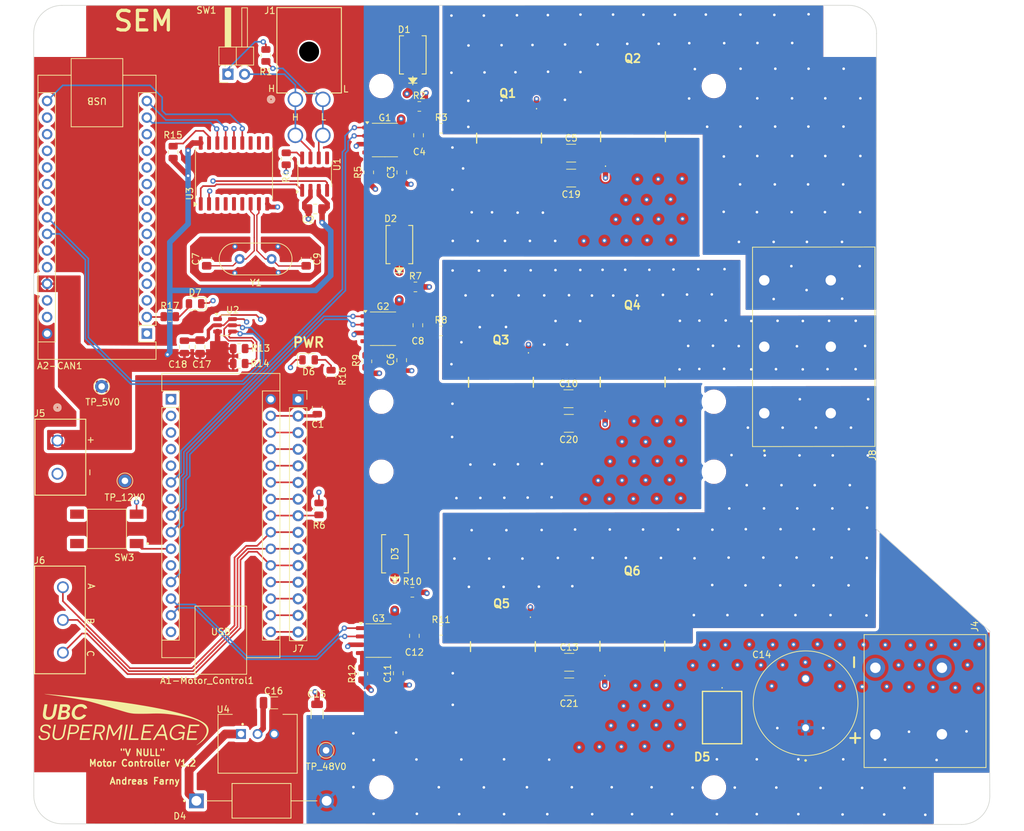
<source format=kicad_pcb>
(kicad_pcb (version 20241229) (generator "pcbnew") (generator_version "9.0")
  (layers (0 "F.Cu" signal) (4 "In1.Cu" signal) (6 "In2.Cu" signal) (2 "B.Cu" signal) (13 "F.Paste" user) (15 "B.Paste" user) (5 "F.SilkS" user "F.Silkscreen") (7 "B.SilkS" user "B.Silkscreen") (1 "F.Mask" user) (3 "B.Mask" user) (25 "Edge.Cuts" user))
  (net 0 "")
  (net 1 "GND")
  (net 2 "+5V")
  (net 3 "+12V")
  (net 4 "SCK")
  (net 5 "/A5")
  (net 6 "SI")
  (net 7 "CS")
  (net 8 "SO")
  (net 9 "/A4")
  (net 10 "Net-(G1-VS)")
  (net 11 "Net-(G1-VB)")
  (net 12 "+48V")
  (net 13 "/CAN HIGH")
  (net 14 "C+")
  (net 15 "Net-(G2-VB)")
  (net 16 "Net-(G2-VS)")
  (net 17 "C-")
  (net 18 "Net-(G3-VS)")
  (net 19 "Net-(G3-VB)")
  (net 20 "Net-(G1-HO)")
  (net 21 "Net-(G1-LO)")
  (net 22 "Net-(G2-LO)")
  (net 23 "Net-(G2-HO)")
  (net 24 "Net-(G3-LO)")
  (net 25 "Net-(G3-HO)")
  (net 26 "Net-(R1-Pad2)")
  (net 27 "Net-(U1-Rs)")
  (net 29 "Net-(U1-TXD)")
  (net 30 "Net-(U1-RXD)")
  (net 38 "Net-(A1-Motor_Control1-D9)")
  (net 40 "Net-(A1-Motor_Control1-D3)")
  (net 41 "Net-(A1-Motor_Control1-D11)")
  (net 44 "Net-(A1-Motor_Control1-D5)")
  (net 46 "Net-(A1-Motor_Control1-D10)")
  (net 48 "Net-(A1-Motor_Control1-D7)")
  (net 50 "Net-(A1-Motor_Control1-D6)")
  (net 67 "Net-(A2-CAN1-D0{slash}RX)")
  (net 72 "Net-(U3-~{RESET})")
  (net 73 "Net-(U4-+VIN)")
  (net 74 "AREF")
  (net 75 "RESET")
  (net 76 "5V_OUT")
  (net 77 "A7")
  (net 78 "D13")
  (net 79 "HALL B")
  (net 80 "3.3V_OUT")
  (net 81 "A5_MC")
  (net 82 "A0")
  (net 83 "THROTTLE")
  (net 84 "A6")
  (net 85 "HALL A")
  (net 86 "HALL C")
  (net 87 "PHASE 1 OUTPUT")
  (net 88 "PHASE 2 OUTPUT")
  (net 89 "PHASE 3 OUTPUT")
  (net 90 "Net-(Q1-G)")
  (net 91 "Net-(Q2-G)")
  (net 92 "Net-(Q3-G)")
  (net 93 "Net-(Q4-G)")
  (net 94 "Net-(Q5-G)")
  (net 95 "Net-(Q6-G)")
  (net 98 "Net-(D6-A)")
  (net 99 "Net-(D7-A)")
  (net 100 "/CAN LOW")
  (footprint "Capacitor_SMD:C_0805_2012Metric" (layer "F.Cu") (at 148.93 54.1 90)
    (property "Reference" "C3")
    (property "Value" "10u")
  )
  (footprint "Resistor_SMD:R_0805_2012Metric" (layer "F.Cu") (at 143.6 82.98 -90)
    (property "Reference" "R9")
    (property "Value" "11Ω")
  )
  (footprint "urban_mc_custom_footprints:CONN_OSTTC030162_OST" (layer "F.Cu") (at 97.155 127.508 90)
    (property "Reference" "J6")
    (property "Value" "Conn_01x03")
  )
  (footprint "Resistor_SMD:R_0805_2012Metric" (layer "F.Cu") (at 154.94 124.11)
    (property "Reference" "R11")
    (property "Value" "2.4Ω")
  )
  (footprint "Resistor_SMD:R_0805_2012Metric" (layer "F.Cu") (at 131.2672 52.0192 -90)
    (property "Reference" "R4")
    (property "Value" "10k")
  )
  (footprint "Resistor_SMD:R_0805_2012Metric" (layer "F.Cu") (at 128.1684 36.2185 90)
    (property "Reference" "R1")
    (property "Value" "120")
  )
  (footprint "urban_mc_custom_footprints:DIODE_DO214AA_MBRS_VIS" (layer "F.Cu") (at 147.89 112.3942 90)
    (property "Reference" "D3")
    (property "Value" "D")
  )
  (footprint "LOGO" (layer "F.Cu") (at 106.2228 138.486991)
    (property "Reference" "G***")
    (property "Value" "LOGO" (hide yes))
  )
  (footprint "Crystal:Crystal_HC49-U_Vertical" (layer "F.Cu") (at 124.161086 67.3354)
    (property "Reference" "Y1")
    (property "Value" "8MHz")
  )
  (footprint "urban_mc_custom_footprints:TE_1-1986660-2" (layer "F.Cu") (at 221.28 139.9825 90)
    (property "Reference" "J4")
    (property "Value" "VBAT")
  )
  (footprint "Capacitor_SMD:C_0805_2012Metric" (layer "F.Cu") (at 148.39 130.65 90)
    (property "Reference" "C11")
    (property "Value" "10u")
  )
  (footprint "Capacitor_SMD:C_1210_3225Metric" (layer "F.Cu") (at 174.8028 51.1556)
    (property "Reference" "C5")
    (property "Value" "4.7 uF")
  )
  (footprint "Capacitor_SMD:C_0805_2012Metric_Pad1.18x1.45mm_HandSolder" (layer "F.Cu") (at 135.7122 59.69)
    (property "Reference" "C2")
    (property "Value" "0.1uF")
  )
  (footprint "Capacitor_SMD:C_1210_3225Metric" (layer "F.Cu") (at 174.3964 88.6968)
    (property "Reference" "C10")
    (property "Value" "4.7 uF")
  )
  (footprint "MountingHole:MountingHole_3.2mm_M3" (layer "F.Cu") (at 97.028 149.352)
    (property "Reference" "REF**")
    (property "Value" "MountingHole_3.2mm_M3")
  )
  (footprint "Module:Arduino_Nano" (layer "F.Cu") (at 109.982 78.74 180)
    (property "Reference" "A2-CAN1")
    (property "Value" "Arduino_Nano_v2.x")
  )
  (footprint "Resistor_SMD:R_0805_2012Metric" (layer "F.Cu") (at 154.92 78.32)
    (property "Reference" "R8")
    (property "Value" "2.4Ω")
  )
  (footprint "Capacitor_SMD:C_1210_3225Metric" (layer "F.Cu") (at 174.4472 92.456)
    (property "Reference" "C20")
    (property "Value" "4.7 uF")
  )
  (footprint "Connector_PinHeader_2.54mm:PinHeader_1x02_P2.54mm_Horizontal" (layer "F.Cu") (at 122.3722 39.0814 90)
    (property "Reference" "SW1")
    (property "Value" "CAN_TERM")
  )
  (footprint "urban_mc_custom_footprints:CAPPRD750W80D1600H2500" (layer "F.Cu") (at 210.6168 135.2388 90)
    (property "Reference" "C14")
    (property "Value" "1m")
  )
  (footprint "Capacitor_SMD:C_0805_2012Metric" (layer "F.Cu") (at 136.017 90.109 -90)
    (property "Reference" "C1")
    (property "Value" "10u")
  )
  (footprint "MountingHole:MountingHole_3.2mm_M3" (layer "F.Cu") (at 217.284191 32.790338)
    (property "Reference" "REF**")
    (property "Value" "MountingHole_3.2mm_M3")
  )
  (footprint "Capacitor_SMD:C_0805_2012Metric" (layer "F.Cu") (at 151.49 48.42 90)
    (property "Reference" "C4")
    (property "Value" "10u")
  )
  (footprint "MountingHole:MountingHole_3.2mm_M3" (layer "F.Cu") (at 97.028 32.893)
    (property "Reference" "REF**")
    (property "Value" "MountingHole_3.2mm_M3")
  )
  (footprint "Package_SO:SOIC-8_3.9x4.9mm_P1.27mm" (layer "F.Cu") (at 146.06 77.995)
    (property "Reference" "G2")
    (property "Value" "IRS2186")
  )
  (footprint "TestPoint:TestPoint_THTPad_D2.0mm_Drill1.0mm" (layer "F.Cu") (at 103.0732 86.8172)
    (property "Reference" "TP_5V0")
    (property "Value" "TestPoint")
  )
  (footprint "Package_SO:SOIC-18W_7.5x11.6mm_P1.27mm" (layer "F.Cu") (at 123.2916 54.2544 90)
    (property "Reference" "U3")
    (property "Value" "MCP2515-xSO")
  )
  (footprint "urban_mc_custom_footprints:NVBLS1D1N08H" (layer "F.Cu") (at 184.2008 83.2874)
    (property "Reference" "Q4")
    (property "Value" "NTBLS0D8N08XTXG" (hide yes))
  )
  (footprint "urban_mc_custom_footprints:HEATSINK-518-95AB" (layer "F.Cu") (at 171.18 123.935)
    (property "Reference" "HEATSINK")
    (property "Value" "HEATSINK-518-95AB")
  )
  (footprint "Capacitor_SMD:C_1210_3225Metric" (layer "F.Cu") (at 174.8028 54.9656)
    (property "Reference" "C19")
    (property "Value" "4.7 uF")
  )
  (footprint "Package_SO:SOIC-8_3.9x4.9mm_P1.27mm" (layer "F.Cu") (at 145.37 125.665)
    (property "Reference" "G3")
    (property "Value" "IRS2186")
  )
  (footprint "urban_mc_custom_footprints:TE_1986660-3" (layer "F.Cu") (at 204.304791 90.905538 90)
    (property "Reference" "J8")
    (property "Value" "Conn_02x03_CUSTOM")
  )
  (footprint "Resistor_SMD:R_0805_2012Metric" (layer "F.Cu") (at 150.54 118.28)
    (property "Reference" "R10")
    (property "Value" "11Ω")
  )
  (footprint "TestPoint:TestPoint_THTPad_D2.0mm_Drill1.0mm" (layer "F.Cu") (at 106.6292 101.2444)
    (property "Reference" "TP_12V0")
    (property "Value" "TestPoint")
  )
  (footprint "Resistor_SMD:R_0805_2012Metric" (layer "F.Cu") (at 124.079 83.312)
    (property "Reference" "R14")
    (property "Value" "10K")
  )
  (footprint "urban_mc_custom_footprints:SW_TS04-66-70-BK-160-SMT" (layer "F.Cu") (at 103.8606 108.585 180)
    (property "Reference" "SW3")
    (property "Value" "SW_MEC_5E")
  )
  (footprint "urban_mc_custom_footprints:HEATSINK-518-95AB" (layer "F.Cu") (at 171.17 64.975)
    (property "Reference" "HEATSINK")
    (property "Value" "HEATSINK-518-95AB")
  )
  (footprint "urban_mc_custom_footprints:NVBLS1D1N08H" (layer "F.Cu") (at 164.075761 89.028468 180)
    (property "Reference" "Q3")
    (property "Value" "NTBLS0D8N08XTXG" (hide yes))
  )
  (footprint "urban_mc_custom_footprints:DIODE_DO214AA_MBRS_VIS" (layer "F.Cu") (at 150.61 36.13 90)
    (property "Reference" "D1")
    (property "Value" "D")
  )
  (footprint "Connector_PinSocket_2.54mm:PinSocket_1x15_P2.54mm_Vertical" (layer "F.Cu") (at 133.096 88.7984)
    (property "Reference" "J7")
    (property "Value" "Conn_01x15_Socket")
  )
  (footprint "Capacitor_SMD:C_1210_3225Metric" (layer "F.Cu") (at 174.498 132.7404)
    (property "Reference" "C21")
    (property "Value" "4.7 uF")
  )
  (footprint "LED_SMD:LED_0805_2012Metric" (layer "F.Cu") (at 117.348 74.168 180)
    (property "Reference" "D7")
    (property "Value" "LED")
  )
  (footprint "Resistor_SMD:R_0805_2012Metric" (layer "F.Cu") (at 143.88 54.09 -90)
    (property "Reference" "R5")
    (property "Value" "11Ω")
  )
  (footprint "Capacitor_SMD:C_0805_2012Metric" (layer "F.Cu") (at 150.85 124.94 90)
    (property "Reference" "C12")
    (property "Value" "10u")
  )
  (footprint "Package_SO:SOIC-8_3.9x4.9mm_P1.27mm" (layer "F.Cu") (at 135.6106 54.356 90)
    (property "Reference" "U1")
    (property "Value" "MCP2561/2")
  )
  (footprint "Resistor_SMD:R_0805_2012Metric" (layer "F.Cu") (at 136.271 105.537 90)
    (property "Reference" "R6")
    (property "Value" "10K")
  )
  (footprint "Capacitor_SMD:C_1210_3225Metric" (layer "F.Cu") (at 174.498 128.9812)
    (property "Reference" "C13")
    (property "Value" "4.7 uF")
  )
  (footprint "Capacitor_SMD:C_0805_2012Metric" (layer "F.Cu") (at 151.39 77.46 90)
    (property "Reference" "C8")
    (property "Value" "10u")
  )
  (footprint "urban_mc_custom_footprints:PTVS1058CH" (layer "F.Cu") (at 197.866 137.4342 -90)
    (property "Reference" "D5")
    (property "Value" "D_TVS" (hide yes))
  )
  (footprint "Capacitor_SMD:C_0805_2012Metric" (layer "F.Cu") (at 115.7224 80.772 90)
    (property "Reference" "C18")
    (property "Value" "10u")
  )
  (footprint "Capacitor_SMD:C_1206_3216Metric" (layer "F.Cu") (at 135.99 136.88 90)
    (property "Reference" "C15")
    (property "Value" "1u")
  )
  (footprint "Resistor_SMD:R_0805_2012Metric" (layer "F.Cu") (at 151.61 44.01)
    (property "Reference" "R2")
    (property "Value" "11Ω")
  )
  (footprint "Resistor_SMD:R_0805_2012Metric" (layer "F.Cu") (at 151.01 71.6)
    (property "Reference" "R7")
    (property "Value" "11Ω")
  )
  (footprint "Resistor_SMD:R_0805_2012Metric" (layer "F.Cu") (at 154.96 47.35)
    (property "Reference" "R3")
    (property "Value" "2.4Ω")
  )
  (footprint "urban_mc_custom_footprints:NVBLS1D1N08H" (layer "F.Cu") (at 164.375991 129.436538 180)
    (property "Reference" "Q5")
    (property "Value" "NTBLS0D8N08XTXG" (hide yes))
  )
  (footprint "MountingHole:MountingHole_3.2mm_M3" (layer "F.Cu") (at 234.517078 149.753438)
    (property "Reference" "REF**")
    (property "Value" "MountingHole_3.2mm_M3")
  )
  (footprint "Resistor_SMD:R_0805_2012Metric" (layer "F.Cu") (at 142.98 130.74 -90)
    (property "Reference" "R12")
    (property "Value" "11Ω")
  )
  (footprint "Capacitor_SMD:C_0805_2012Metric_Pad1.18x1.45mm_HandSolder" (layer "F.Cu") (at 134.321086 67.3354 -90)
    (property "Reference" "C9")
    (property "Value" "16pF")
  )
  (footprint "Capacitor_SMD:C_0805_2012Metric" (layer "F.Cu") (at 148.91 82.8 90)
    (property "Reference" "C6")
    (property "Value" "10u")
  )
  (footprint "TestPoint:TestPoint_THTPad_D2.0mm_Drill1.0mm" (layer "F.Cu") (at 137.3632 142.4432)
    (property "Reference" "TP_48V0")
    (property "Value" "TestPoint")
  )
  (footprint "urban_mc_custom_footprints:NVBLS1D1N08H" (layer "F.Cu") (at 165.315791 51.712538 180)
    (property "Reference" "Q1")
    (property "Value" "NTBLS0D8N08XTXG" (hide yes))
  )
  (footprint "Resistor_SMD:R_0805_2012Metric" (layer "F.Cu") (at 138.1252 85.2405 90)
    (property "Reference" "R16")
    (property "Value" "4.7k")
  )
  (footprint "urban_mc_custom_footprints:DIODE_DO214AA_MBRS_VIS" (layer "F.Cu") (at 148.56 65.13 90)
    (property "Reference" "D2")
    (property "Value" "D")
  )
  (footprint "Package_SO:SOIC-8_3.9x4.9mm_P1.27mm" (layer "F.Cu") (at 146.35 49.145)
    (property "Reference" "G1")
    (property "Value" "IRS2186")
  )
  (footprint "Resistor_SMD:R_0805_2012Metric" (layer "F.Cu") (at 113.4872 76.1492)
    (property "Reference" "R17")
    (property "Value" "1.5k")
  )
  (footprint "Package_TO_SOT_SMD:SOT-23-6" (layer "F.Cu") (at 121.92 77.47)
    (property "Reference" "U2")
    (property "Value" "MCP4725")
  )
  (footprint "Resistor_SMD:R_0805_2012Metric" (layer "F.Cu") (at 113.9952 51.0032 -90)
    (property "Reference" "R15")
    (property "Value" "10k")
  )
  (footprint "Capacitor_SMD:C_0805_2012Metric_Pad1.18x1.45mm_HandSolder" (layer "F.Cu") (at 118.11 80.772 90)
    (property "Reference" "C17")
    (property "Value" "0.1uF")
  )
  (footprint "urban_mc_custom_footprints:CONN_OSTTC022162_OST" (layer "F.Cu") (at 96.320501 95.0849 -90)
    (property "Reference" "J5")
    (property "Value" "Conn_01x02")
  )
  (footprint "urban_mc_custom_footprints:NVBLS1D1N08H" (layer "F.Cu") (at 184.15 123.6738)
    (property "Reference" "Q6")
    (property "Value" "NTBLS0D8N08XTXG" (hide yes))
  )
  (footprint "urban_mc_custom_footprints:DIOAD1990W125L900D530" (layer "F.Cu") (at 127.5 150.16)
    (property "Reference" "D4")
    (property "Value" "D")
  )
  (footprint "Capacitor_SMD:C_1206_3216Metric" (layer "F.Cu") (at 129.28 135.18)
    (property "Reference" "C16")
    (property "Value" "22u")
  )
  (footprint "LED_SMD:LED_0805_2012Metric" (layer "F.Cu") (at 134.6939 82.7532)
    (property "Reference" "D6")
    (property "Value" "LED")
  )
  (footprint "urban_mc_custom_footprints:NVBLS1D1N08H" (layer "F.Cu") (at 184.2516 45.797)
    (property "Reference" "Q2")
    (property "Value" "NTBLS0D8N08XTXG" (hide yes))
  )
  (footprint "Resistor_SMD:R_0805_2012Metric" (layer "F.Cu") (at 124.079 81.026)
    (property "Reference" "R13")
    (property "Value" "10K")
  )
  (footprint "urban_mc_custom_footprints:CONN_5569-04A_MOL" (layer "F.Cu") (at 132.6724 42.929451 180)
    (property "Reference" "J1")
    (property "Value" "CAN")
  )
  (footprint "Capacitor_SMD:C_0805_2012Metric_Pad1.18x1.45mm_HandSolder" (layer "F.Cu") (at 119.118086 67.3354 -90)
    (property "Reference" "C7")
    (property "Value" "16pF")
  )
  (footprint "Module:Arduino_Nano" (layer "F.Cu") (at 113.665 88.773)
    (property "Reference" "A1-Motor_Control1")
    (property "Value" "Arduino_Nano_v2.x")
  )
  (footprint "urban_mc_custom_footprints:CONV_LCW78_12-1.0" (layer "F.Cu") (at 127.1524 142.1892)
    (property "Reference" "U4")
    (property "Value" "~")
  )
  (gr_line (start 221.409418 108.6104) (end 221.455085 32.871823) (stroke (width 0.1)) (layer "Edge.Cuts"))
  (gr_line (start 238.76 149.4536) (end 238.75 145.85) (stroke (width 0.1)) (layer "Edge.Cuts"))
  (gr_arc (start 217.14 28.55) (mid 220.19703 29.816262) (end 221.463294 32.873292) (stroke (width 0.1)) (layer "Edge.Cuts"))
  (gr_line (start 92.696792 32.882516) (end 92.71 149.352) (stroke (width 0.1)) (layer "Edge.Cuts"))
  (gr_arc (start 238.76 149.453613) (mid 237.495287 152.5069) (end 234.442 153.771613) (stroke (width 0.1)) (layer "Edge.Cuts"))
  (gr_line (start 221.409418 108.6104) (end 238.76 124.23) (stroke (width 0.1)) (layer "Edge.Cuts"))
  (gr_arc (start 97.028 153.67) (mid 93.974713 152.405287) (end 92.71 149.352) (stroke (width 0.1)) (layer "Edge.Cuts"))
  (gr_line (start 217.131791 28.548531) (end 97.014792 28.564516) (stroke (width 0.1)) (layer "Edge.Cuts"))
  (gr_line (start 238.75 145.85) (end 238.76 124.23) (stroke (width 0.1)) (layer "Edge.Cuts"))
  (gr_line (start 97.028 153.67) (end 234.442 153.7716) (stroke (width 0.1)) (layer "Edge.Cuts"))
  (gr_arc (start 92.696792 32.882516) (mid 93.961505 29.829229) (end 97.014792 28.564516) (stroke (width 0.1)) (layer "Edge.Cuts"))
  (gr_text "C\n" (at 101.346 127.635 270) (layer "F.SilkS") (effects (font (size 1 1))))
  (gr_text "+\n" (at 101.473 94.996 270) (layer "F.SilkS") (effects (font (size 1 1))))
  (gr_text "-" (at 219.0496 130.4036 90) (layer "F.SilkS") (effects (font (size 2 2) (thickness 0.3) (bold yes)) (justify left bottom)))
  (gr_text "PWR" (at 132.1308 80.9752 0) (layer "F.SilkS") (effects (font (size 1.5 1.5) (thickness 0.3) (bold yes)) (justify left bottom)))
  (gr_text "SEM" (at 104.648 32.7152 0) (layer "F.SilkS") (effects (font (size 3 3) (thickness 0.5) (bold yes)) (justify left bottom)))
  (gr_text "Andreas Farny" (at 104.1908 147.7264 0) (layer "F.SilkS") (effects (font (size 1 1) (thickness 0.2) (bold yes)) (justify left bottom)))
  (gr_text "H\n" (at 132.6724 45.6692 0) (layer "F.SilkS") (effects (font (size 1 1))))
  (gr_text "H\n" (at 129.032 41.1988 180) (layer "F.SilkS") (effects (font (size 1 1))))
  (gr_text "L" (at 136.9568 45.6184 0) (layer "F.SilkS") (effects (font (size 1 1))))
  (gr_text "-" (at 101.346 99.949 270) (layer "F.SilkS") (effects (font (size 1 1))))
  (gr_text "L\n" (at 140.3604 41.3512 0) (layer "F.SilkS") (effects (font (size 1 1))))
  (gr_text "A" (at 101.473 117.348 -90) (layer "F.SilkS") (effects (font (size 1 1))))
  (gr_text "{dblquote}V NULL{dblquote}\nMotor Controller V1.2" (at 109.3216 144.9832 0) (layer "F.SilkS") (effects (font (size 1 1) (thickness 0.2) (bold yes)) (justify bottom)))
  (gr_text "B\n" (at 101.346 122.682 270) (layer "F.SilkS") (effects (font (size 1 1))))
  (gr_text "+" (at 216.7636 141.5796 0) (layer "F.SilkS") (effects (font (size 2 2) (thickness 0.3) (bold yes)) (justify left bottom)))
  (segment (start 135.99 133.83) (end 135.67 133.51) (width 0.85) (layer "F.Cu") (net 1))
  (segment (start 120.120001 77.47) (end 119.38 78.210001) (width 0.508) (layer "F.Cu") (net 1))
  (segment (start 142.27 49.78) (end 143.875 49.78) (width 0.7) (layer "F.Cu") (net 1))
  (segment (start 108.4106 104.499) (end 108.4072 104.4956) (width 0.25) (layer "F.Cu") (net 1))
  (segment (start 149.27 132.48) (end 148.39 131.6) (width 0.7) (layer "F.Cu") (net 1))
  (segment (start 133.096 91.313) (end 135.763 91.313) (width 0.508) (layer "F.Cu") (net 1))
  (segment (start 150.45 84.41) (end 150.44 84.4) (width 0.7) (layer "F.Cu") (net 1))
  (segment (start 118.11 79.7345) (end 115.8099 79.7345) (width 0.508) (layer "F.Cu") (net 1))
  (segment (start 127.805 135.18) (end 127.75 135.235) (width 0.85) (layer "F.Cu") (net 1))
  (segment (start 127.75 135.235) (end 127.75 139.0916) (width 0.85) (layer "F.Cu") (net 1))
  (segment (start 149.56 84.4) (end 148.91 83.75) (width 0.7) (layer "F.Cu") (net 1))
  (segment (start 121.719092 77.47) (end 122.669092 76.52) (width 0.25) (layer "F.Cu") (net 1))
  (segment (start 150.09 132.46) (end 150.07 132.48) (width 0.7) (layer "F.Cu") (net 1))
  (segment (start 108.4106 106.335) (end 108.4106 104.499) (width 0.25) (layer "F.Cu") (net 1))
  (segment (start 119.4816 74.0664) (end 118.2855 74.0664) (width 0.25) (layer "F.Cu") (net 1))
  (segment (start 134.0358 58.7756) (end 134.0358 59.5083) (width 0.7) (layer "F.Cu") (net 1))
  (segment (start 134.0358 59.5083) (end 134.2175 59.69) (width 0.7) (layer "F.Cu") (net 1))
  (segment (start 141.63 78.89) (end 141.88 78.64) (width 0.7) (layer "F.Cu") (net 1))
  (segment (start 128.905 91.313) (end 133.096 91.313) (width 0.25) (layer "F.Cu") (net 1))
  (segment (start 124.78 76.52) (end 125.222 76.962) (width 0.25) (layer "F.Cu") (net 1))
  (segment (start 149.79 55.91) (end 150.34 55.91) (width 0.7) (layer "F.Cu") (net 1))
  (segment (start 127.75 139.0916) (end 126.9024 139.9392) (width 0.85) (layer "F.Cu") (net 1))
  (segment (start 136.271 104.6245) (end 136.271 102.997) (width 0.25) (layer "F.Cu") (net 1))
  (segment (start 134.6747 61.2101) (end 134.6708 61.214) (width 0.85) (layer "F.Cu") (net 1))
  (segment (start 150.44 84.4) (end 149.56 84.4) (width 0.7) (layer "F.Cu") (net 1))
  (segment (start 120.7825 77.47) (end 121.719092 77.47) (width 0.25) (layer "F.Cu") (net 1))
  (segment (start 128.8524 59.3852) (end 129.9464 59.3852) (width 0.7) (layer "F.Cu") (net 1))
  (segment (start 141.97 50.08) (end 142.27 49.78) (width 0.7) (layer "F.Cu") (net 1))
  (segment (start 141.88 78.64) (end 143.575 78.64) (width 0.7) (layer "F.Cu") (net 1))
  (segment (start 115.8099 79.7345) (end 115.7224 79.822) (width 0.508) (layer "F.Cu") (net 1))
  (segment (start 131.2672 52.9317) (end 131.2672 54.0512) (width 0.25) (layer "F.Cu") (net 1))
  (segment (start 135.99 135.405) (end 135.99 133.83) (width 0.85) (layer "F.Cu") (net 1))
  (segment (start 134.9756 56.831) (end 134.9756 57.8358) (width 0.7) (layer "F.Cu") (net 1))
  (segment (start 142.895 126.3) (end 140.94 126.3) (width 0.7) (layer "F.Cu") (net 1))
  (segment (start 120.7825 77.47) (end 120.3745 77.47) (width 0.25) (layer "F.Cu") (net 1))
  (segment (start 143.575 78.64) (end 143.585 78.63) (width 0.7) (layer "F.Cu") (net 1))
  (segment (start 122.669092 76.52) (end 123.0575 76.52) (width 0.25) (layer "F.Cu") (net 1))
  (segment (start 135.763 91.313) (end 136.017 91.059) (width 0.508) (layer "F.Cu") (net 1))
  (segment (start 131.9276 83.566) (end 131.9276 83.9216) (width 0.25) (layer "F.Cu") (net 1))
  (segment (start 150.07 132.48) (end 149.27 132.48) (width 0.7) (layer "F.Cu") (net 1))
  (segment (start 120.7825 77.47) (end 120.120001 77.47) (width 0.508) (layer "F.Cu") (net 1))
  (segment (start 134.6747 59.69) (end 134.6747 61.2101) (width 0.85) (layer "F.Cu") (net 1))
  (segment (start 119.38 78.210001) (end 119.38 79.375) (width 0.508) (layer "F.Cu") (net 1))
  (segment (start 132.7404 82.7532) (end 131.9276 83.566) (width 0.25) (layer "F.Cu") (net 1))
  (segment (start 140.94 126.3) (end 140.67 126.57) (width 0.7) (layer "F.Cu") (net 1))
  (segment (start 119.0205 79.7345) (end 118.11 79.7345) (width 0.508) (layer "F.Cu") (net 1))
  (segment (start 128.3716 58.9044) (end 128.8524 59.3852) (width 0.7) (layer "F.Cu") (net 1))
  (segment (start 120.0912 73.7108) (end 119.8372 73.7108) (width 0.25) (layer "F.Cu") (net 1))
  (segment (start 134.9756 57.8358) (end 134.0358 58.7756) (width 0.7) (layer "F.Cu") (net 1))
  (segment (start 119.8372 73.7108) (end 119.4816 74.0664) (width 0.25) (layer "F.Cu") (net 1))
  (segment (start 148.93 55.05) (end 149.79 55.91) (width 0.7) (layer "F.Cu") (net 1))
  (segment (start 119.38 79.375) (end 119.0205 79.7345) (width 0.508) (layer "F.Cu") (net 1))
  (segment (start 133.7564 82.7532) (end 132.7404 82.7532) (width 0.25) (layer "F.Cu") (net 1))
  (segment (start 123.0575 76.52) (end 124.78 76.52) (width 0.25) (layer "F.Cu") (net 1))
  (segment (start 134.2175 59.69) (end 134.6747 59.69) (width 0.7) (layer "F.Cu") (net 1))
  (via (at 136.271 102.997) (size 0.8) (drill 0.4) (layers "F.Cu" "B.Cu") (net 1))
  (via (at 208.775191 126.2634) (size 0.8) (drill 0.4) (layers "F.Cu" "B.Cu") (net 1))
  (via (at 205.600191 126.2888) (size 0.8) (drill 0.4) (layers "F.Cu" "B.Cu") (net 1))
  (via (at 141.63 78.89) (size 0.8) (drill 0.4) (layers "F.Cu" "B.Cu") (net 1))
  (via (at 181.622591 61.289138) (size 0.8) (drill 0.4) (layers "F.Cu" "B.Cu") (net 1))
  (via (at 215.8492 126.2888) (size 0.8) (drill 0.4) (layers "F.Cu" "B.Cu") (net 1))
  (via (at 129.9464 59.3852) (size 0.8) (drill 0.4) (layers "F.Cu" "B.Cu") (net 1))
  (via (at 198.361191 126.3142) (size 0.8) (drill 0.4) (layers "F.Cu" "B.Cu") (net 1))
  (via (at 237.0328 132.9436) (size 0.8) (drill 0.4) (layers "F.Cu" "B.Cu") (net 1))
  (via (at 187.794791 132.510738) (size 0.8) (drill 0.4) (layers "F.Cu" "B.Cu") (net 1))
  (via (at 196.5452 129.4384) (size 0.8) (drill 0.4) (layers "F.Cu" "B.Cu") (net 1))
  (via (at 131.2672 54.0512) (size 0.8) (drill 0.4) (layers "F.Cu" "B.Cu") (net 1))
  (via (at 187.972591 98.220738) (size 0.8) (drill 0.4) (layers "F.Cu" "B.Cu") (net 1))
  (via (at 182.5752 95.25) (size 0.8) (drill 0.4) (layers "F.Cu" "B.Cu") (net 1))
  (via (at 187.921791 92.099338) (size 0.8) (drill 0.4) (layers "F.Cu" "B.Cu") (net 1))
  (via (at 140.67 126.57) (size 0.8) (drill 0.4) (layers "F.Cu" "B.Cu") (net 1))
  (via (at 176.9872 104.0384) (size 0.8) (drill 0.4) (layers "F.Cu" "B.Cu") (net 1))
  (via (at 233.489609 132.8674) (size 0.8) (drill 0.4) (layers "F.Cu" "B.Cu") (net 1))
  (via (at 184.619791 132.536138) (size 0.8) (drill 0.4) (layers "F.Cu" "B.Cu") (net 1))
  (via (at 207.1116 129.3876) (size 0.8) (drill 0.4) (layers "F.Cu" "B.Cu") (net 1))
  (via (at 176.022 141.986) (size 0.8) (drill 0.4) (layers "F.Cu" "B.Cu") (net 1))
  (via (at 237.1344 126.238) (size 0.8) (drill 0.4) (layers "F.Cu" "B.Cu") (net 1))
  (via (at 182.4736 141.8844) (size 0.8) (drill 0.4) (layers "F.Cu" "B.Cu") (net 1))
  (via (at 191.807991 61.187538) (size 0.8) (drill 0.4) (layers "F.Cu" "B.Cu") (net 1))
  (via (at 230.0732 132.7912) (size 0.8) (drill 0.4) (layers "F.Cu" "B.Cu") (net 1))
  (via (at 212.432791 126.2126) (size 0.8) (drill 0.4) (layers "F.Cu" "B.Cu") (net 1))
  (via (at 180.6448 104.011938) (size 0.8) (drill 0.4) (layers "F.Cu" "B.Cu") (net 1))
  (via (at 178.9176 101.1936) (size 0.8) (drill 0.4) (layers "F.Cu" "B.Cu") (net 1))
  (via (at 195.186191 126.3396) (size 0.8) (drill 0.4) (layers "F.Cu" "B.Cu") (net 1))
  (via (at 191.452391 138.530538) (size 0.8) (drill 0.4) (layers "F.Cu" "B.Cu") (net 1))
  (via (at 189.8396 101.092) (size 0.8) (drill 0.4) (layers "F.Cu" "B.Cu") (net 1))
  (via (at 130.057849 69.416715) (size 0.8) (drill 0.4) (layers "F.Cu" "B.Cu") (net 1))
  (via (at 235.3564 129.3876) (size 0.8) (drill 0.4) (layers "F.Cu" "B.Cu") (net 1))
  (via (at 184.404 92.124738) (size 0.8) (drill 0.4) (layers "F.Cu" "B.Cu") (net 1))
  (via (at 189.6364 135.584138) (size 0.8) (drill 0.4) (layers "F.Cu" "B.Cu") (net 1))
  (via (at 184.238791 138.632138) (size 0.8) (drill 0.4) (layers "F.Cu" "B.Cu") (net 1))
  (via (at 150.34 55.91) (size 0.8) (drill 0.4) (layers "F.Cu" "B.Cu") (net 1))
  (via (at 191.579391 92.048538) (size 0.8) (drill 0.4) (layers "F.Cu" "B.Cu") (net 1))
  (via (at 222.7834 126.3142) (size 0.8) (drill 0.4) (layers "F.Cu" "B.Cu") (net 1))
  (via (at 188.150391 61.238338) (size 0.8) (drill 0.4) (layers "F.Cu" "B.Cu") (net 1))
  (via (at 215.8492 132.6388) (size 0.8) (drill 0.4) (layers "F.Cu" "B.Cu") (net 1))
  (via (at 183.1594 58.293) (size 0.8) (drill 0.4) (layers "F.Cu" "B.Cu") (net 1))
  (via (at 179.1208 141.9098) (size 0.8) (drill 0.4) (layers "F.Cu" "B.Cu") (net 1))
  (via (at 214.2744 129.4638) (size 0.8) (drill 0.4) (layers "F.Cu" "B.Cu") (net 1))
  (via (at 182.8038 135.660338) (size 0.8) (drill 0.4) (layers "F.Cu" "B.Cu") (net 1))
  (via (at 120.0912 73.7108) (size 0.8) (drill 0.4) (layers "F.Cu" "B.Cu") (net 1))
  (via (at 200.2028 129.3876) (size 0.8) (drill 0.4) (layers "F.Cu" "B.Cu") (net 1))
  (via (at 223.012 132.6896) (size 0.8) (drill 0.4) (layers "F.Cu" "B.Cu") (net 1))
  (via (at 233.4768 126.2888) (size 0.8) (drill 0.4) (layers "F.Cu" "B.Cu") (net 1))
  (via (at 186.182 95.274338) (size 0.8) (drill 0.4) (layers "F.Cu" "B.Cu") (net 1))
  (via (at 135.67 133.51) (size 0.8) (drill 0.4) (layers "F.Cu" "B.Cu") (net 1))
  (via (at 227.9904 129.3876) (size 0.8) (drill 0.4) (layers "F.Cu" "B.Cu") (net 1))
  (via (at 185.9788 135.634938) (size 0.8) (drill 0.4) (layers "F.Cu" "B.Cu") (net 1))
  (via (at 186.4106 64.4652) (size 0.8) (drill 0.4) (layers "F.Cu" "B.Cu") (net 1))
  (via (at 182.5752 101.1682) (size 0.8) (drill 0.4) (layers "F.Cu" "B.Cu") (net 1))
  (via (at 226.428409 132.7658) (size 0.8) (drill 0.4) (layers "F.Cu" "B.Cu") (net 1))
  (via (at 191.757191 55.066138) (size 0.8) (drill 0.4) (layers "F.Cu" "B.Cu") (net 1))
  (via (at 203.7842 129.413) (size 0.8) (drill 0.4) (layers "F.Cu" "B.Cu") (net 1))
  (via (at 134.6708 61.214) (size 0.8) (drill 0.4) (layers "F.Cu" "B.Cu") (net 1))
  (via (at 189.992 58.2168) (size 0.8) (drill 0.4) (layers "F.Cu" "B.Cu") (net 1))
  (via (at 191.452391 132.459938) (size 0.8) (drill 0.4) (layers "F.Cu" "B.Cu") (net 1))
  (via (at 123.422829 69.474162) (size 0.8) (drill 0.4) (layers "F.Cu" "B.Cu") (net 1))
  (via (at 188.099591 55.116938) (size 0.8) (drill 0.4) (layers "F.Cu" "B.Cu") (net 1))
  (via (at 130.000403 65.4304) (size 0.8) (drill 0.4) (layers "F.Cu" "B.Cu") (net 1))
  (via (at 141.97 50.08) (size 0.8) (drill 0.4) (layers "F.Cu" "B.Cu") (net 1))
  (via (at 187.870991 103.961138) (size 0.8) (drill 0.4) (layers "F.Cu" "B.Cu") (net 1))
  (via (at 108.4072 104.4956) (size 0.8) (drill 0.4) (layers "F.Cu" "B.Cu") (net 1))
  (via (at 229.8192 126.3396) (size 0.8) (drill 0.4) (layers "F.Cu" "B.Cu") (net 1))
  (via (at 184.975391 61.263738) (size 0.8) (drill 0.4) (layers "F.Cu" "B.Cu") (net 1))
  (via (at 191.528591 103.910338) (size 0.8) (drill 0.4) (layers "F.Cu" "B.Cu") (net 1))
  (via (at 219.456 126.2888) (size 0.8) (drill 0.4) (layers "F.Cu" "B.Cu") (net 1))
  (via (at 189.6872 141.7828) (size 0.8) (drill 0.4) (layers "F.Cu" "B.Cu") (net 1))
  (via (at 186.3344 58.2676) (size 0.8) (drill 0.4) (layers "F.Cu" "B.Cu") (net 1))
  (via (at 125.222 76.962) (size 0.8) (drill 0.4) (layers "F.Cu" "B.Cu") (net 1))
  (via (at 179.8828 64.516) (size 0.8) (drill 0.4) (layers "F.Cu" "B.Cu") (net 1))
  (via (at 210.578591 128.9812) (size 0.8) (drill 0.4) (layers "F.Cu" "B.Cu") (net 1))
  (via (at 187.794791 138.581338) (size 0.8) (drill 0.4) (layers "F.Cu" "B.Cu") (net 1))
  (via (at 191.630191 98.169938) (size 0.8) (drill 0.4) (layers "F.Cu" "B.Cu") (net 1))
  (via (at 183.2356 64.4906) (size 0.8) (drill 0.4) (layers "F.Cu" "B.Cu") (net 1))
  (via (at 186.0296 141.8336) (size 0.8) (drill 0.4) (layers "F.Cu" "B.Cu") (net 1))
  (via (at 193.3702 129.4638) (size 0.8) (drill 0.4) (layers "F.Cu" "B.Cu") (net 1))
  (via (at 219.265609 132.715) (size 0.8) (drill 0.4) (layers "F.Cu" "B.Cu") (net 1))
  (via (at 123.436086 65.4304) (size 0.8) (drill 0.4) (layers "F.Cu" "B.Cu") (net 1))
  (via (at 189.8396 95.223538) (size 0.8) (drill 0.4) (layers "F.Cu" "B.Cu") (net 1))
  (via (at 180.7464 98.271538) (size 0.8) (drill 0.4) (layers "F.Cu" "B.Cu") (net 1))
  (via (at 184.3024 103.9876) (size 0.8) (drill 0.4) (layers "F.Cu" "B.Cu") (net 1))
  (via (at 202.018791 126.2634) (size 0.8) (drill 0.4) (layers "F.Cu" "B.Cu") (net 1))
  (via (at 226.6442 126.365) (size 0.8) (drill 0.4) (layers "F.Cu" "B.Cu") (net 1))
  (via (at 184.404 98.2472) (size 0.8) (drill 0.4) (layers "F.Cu" "B.Cu") (net 1))
  (via (at 150.09 132.46) (size 0.8) (drill 0.4) (layers "F.Cu" "B.Cu") (net 1))
  (via (at 150.45 84.41) (size 0.8) (drill 0.4) (layers "F.Cu" "B.Cu") (net 1))
  (via (at 184.924591 55.142338) (size 0.8) (drill 0.4) (layers "F.Cu" "B.Cu") (net 1))
  (via (at 205.448009 132.6134) (size 0.8) (drill 0.4) (layers "F.Cu" "B.Cu") (net 1))
  (via (at 131.9276 83.9216) (size 0.8) (drill 0.4) (layers "F.Cu" "B.Cu") (net 1))
  (via (at 224.8154 129.413) (size 0.8) (drill 0.4) (layers "F.Cu" "B.Cu") (net 1))
  (via (at 180.885991 138.657538) (size 0.8) (drill 0.4) (layers "F.Cu" "B.Cu") (net 1))
  (via (at 176.7332 64.5668) (size 0.8) (drill 0.4) (layers "F.Cu" "B.Cu") (net 1))
  (via (at 186.182 101.1428) (size 0.8) (drill 0.4) (layers "F.Cu" "B.Cu") (net 1))
  (via (at 190.0682 64.4144) (size 0.8) (drill 0.4) (layers "F.Cu" "B.Cu") (net 1))
  (segment (start 113.9952 52.324) (end 113.9952 51.9157) (width 0.85) (layer "F.Cu") (net 2))
  (segment (start 117.016 49.6044) (end 118.2116 49.6044) (width 0.85) (layer "F.Cu") (net 2))
  (segment (start 136.2456 56.831) (end 136.2456 57.531) (width 0.7) (layer "F.Cu") (net 2))
  (segment (start 137.3378 59.69) (end 136.7497 59.69) (width 0.7) (layer "F.Cu") (net 2))
  (segment (start 116.2812 54.61) (end 113.9952 52.324) (width 0.85) (layer "F.Cu") (net 2))
  (segment (start 136.7497 61.7513) (end 136.7497 59.69) (width 0.85) (layer "F.Cu") (net 2))
  (segment (start 137.5918 58.8772) (end 137.5918 59.436) (width 0.7) (layer "F.Cu") (net 2))
  (segment (start 137.5918 59.436) (end 137.3378 59.69) (width 0.7) (layer "F.Cu") (net 2))
  (segment (start 116.9688 49.6044) (end 117.016 49.6044) (width 0.85) (layer "F.Cu") (net 2))
  (segment (start 116.2812 50.292) (end 116.9688 49.6044) (width 0.85) (layer "F.Cu") (net 2))
  (segment (start 136.2456 57.531) (end 137.5918 58.8772) (width 0.7) (layer "F.Cu") (net 2))
  (segment (start 120.7825 80.1823) (end 120.7516 80.2132) (width 0.85) (layer "F.Cu") (net 2))
  (segment (start 120.7825 78.42) (end 120.7825 80.1823) (width 0.85) (layer "F.Cu") (net 2))
  (segment (start 116.2812 50.7492) (end 116.2812 50.292) (width 0.85) (layer "F.Cu") (net 2))
  (via (at 113.1316 81.9404) (size 0.8) (drill 0.4) (layers "F.Cu" "B.Cu") (net 2))
  (via (at 136.7497 61.7513) (size 0.8) (drill 0.4) (layers "F.Cu" "B.Cu") (net 2))
  (via (at 116.2812 50.7492) (size 0.8) (drill 0.4) (layers "F.Cu" "B.Cu") (net 2))
  (via (at 116.2812 54.61) (size 0.8) (drill 0.4) (layers "F.Cu" "B.Cu") (net 2))
  (segment (start 138.0744 69.85) (end 135.7884 72.136) (width 0.85) (layer "B.Cu") (net 2))
  (segment (start 136.7497 61.7513) (end 138.0744 63.076) (width 0.85) (layer "B.Cu") (net 2))
  (segment (start 116.2812 50.7492) (end 116.2812 54.61) (width 0.85) (layer "B.Cu") (net 2))
  (segment (start 113.1316 81.9404) (end 113.4872 81.5848) (width 0.85) (layer "B.Cu") (net 2))
  (segment (start 113.6904 72.136) (end 113.4872 71.9328) (width 0.85) (layer "B.Cu") (net 2))
  (segment (start 113.4872 64.77) (end 116.2812 61.976) (width 0.85) (layer "B.Cu") (net 2))
  (segment (start 135.7884 72.136) (end 113.6904 72.136) (width 0.85) (layer "B.Cu") (net 2))
  (segment (start 116.2812 54.61) (end 116.2812 61.976) (width 0.85) (layer "B.Cu") (net 2))
  (segment (start 113.4872 81.5848) (end 113.4872 64.77) (width 0.85) (layer "B.Cu") (net 2))
  (segment (start 138.0744 63.076) (end 138.0744 69.85) (width 0.85) (layer "B.Cu") (net 2))
  (segment (start 128.905 88.773) (end 133.096 88.773) (width 0.25) (layer "F.Cu") (net 3))
  (segment (start 124.5616 47.3964) (end 124.5616 49.6044) (width 0.25) (layer "F.Cu") (net 4))
  (via (at 124.5616 47.3964) (size 0.8) (drill 0.4) (layers "F.Cu" "B.Cu") (net 4))
  (segment (start 112.3188 42.6212) (end 110.49 40.7924) (width 0.25) (layer "B.Cu") (net 4))
  (segment (start 94.742 42.7736) (end 94.742 43.18) (width 0.25) (layer "B.Cu") (net 4))
  (segment (start 110.49 40.7924) (end 97.1296 40.7924) (width 0.25) (layer "B.Cu") (net 4))
  (segment (start 124.5616 47.3964) (end 124.5616 47.0916) (width 0.25) (layer "B.Cu") (net 4))
  (segment (start 97.1296 40.7924) (end 94.742 43.18) (width 0.25) (layer "B.Cu") (net 4))
  (segment (start 122.682 45.212) (end 112.8776 45.212) (width 0.25) (layer "B.Cu") (net 4))
  (segment (start 112.3188 44.6532) (end 112.3188 42.6212) (width 0.25) (layer "B.Cu") (net 4))
  (segment (start 112.8776 45.212) (end 112.3188 44.6532) (width 0.25) (layer "B.Cu") (net 4))
  (segment (start 124.5616 47.0916) (end 122.682 45.212) (width 0.25) (layer "B.Cu") (net 4))
  (segment (start 121.793 79.122396) (end 122.495604 79.825) (width 0.25) (layer "F.Cu") (net 5))
  (segment (start 122.355488 77.47) (end 121.793 78.032488) (width 0.25) (layer "F.Cu") (net 5))
  (segment (start 121.793 78.032488) (end 121.793 79.122396) (width 0.25) (layer "F.Cu") (net 5))
  (segment (start 123.0575 77.47) (end 122.355488 77.47) (width 0.25) (layer "F.Cu") (net 5))
  (segment (start 125.984 81.026) (end 124.9915 81.026) (width 0.25) (layer "F.Cu") (net 5))
  (segment (start 126.238 80.772) (end 125.984 81.026) (width 0.25) (layer "F.Cu") (net 5))
  (segment (start 124.587 77.851) (end 124.594328 77.843672) (width 0.25) (layer "F.Cu") (net 5))
  (segment (start 124.206 77.47) (end 124.587 77.851) (width 0.25) (layer "F.Cu") (net 5))
  (segment (start 124.594328 77.843672) (end 124.594328 77.83231) (width 0.25) (layer "F.Cu") (net 5))
  (segment (start 122.495604 79.825) (end 125.926 79.825) (width 0.25) (layer "F.Cu") (net 5))
  (segment (start 123.0575 77.47) (end 124.206 77.47) (width 0.25) (layer "F.Cu") (net 5))
  (segment (start 126.238 80.137) (end 126.238 80.772) (width 0.25) (layer "F.Cu") (net 5))
  (segment (start 125.926 79.825) (end 126.238 80.137) (width 0.25) (layer "F.Cu") (net 5))
  (via (at 124.594328 77.83231) (size 0.8) (drill 0.4) (layers "F.Cu" "B.Cu") (net 5))
  (segment (start 127.8066 79.72159) (end 127.8066 81.044582) (width 0.25) (layer "B.Cu") (net 5))
  (segment (start 127.8066 83.39721) (end 124.74841 86.4554) (width 0.25) (layer "B.Cu") (net 5))
  (segment (start 124.601038 77.8256) (end 125.91061 77.8256) (width 0.25) (layer "B.Cu") (net 5))
  (segment (start 100.5902 79.51101) (end 100.5902 67.44601) (width 0.25) (layer "B.Cu") (net 5))
  (segment (start 127.8066 83.2674) (end 127.8066 83.39721) (width 0.25) (layer "B.Cu") (net 5))
  (segment (start 127.8066 81.044582) (end 127.8128 81.050782) (width 0.25) (layer "B.Cu") (net 5))
  (segment (start 124.74841 86.4554) (end 107.53459 86.4554) (width 0.25) (layer "B.Cu") (net 5))
  (segment (start 124.594328 77.83231) (end 124.601038 77.8256) (width 0.25) (layer "B.Cu") (net 5))
  (segment (start 100.5902 67.44601) (end 96.64419 63.5) (width 0.25) (layer "B.Cu") (net 5))
  (segment (start 127.8128 81.050782) (end 127.8128 83.2612) (width 0.25) (layer "B.Cu") (net 5))
  (segment (start 96.64419 63.5) (end 94.742 63.5) (width 0.25) (layer "B.Cu") (net 5))
  (segment (start 107.53459 86.4554) (end 100.5902 79.51101) (width 0.25) (layer "B.Cu") (net 5))
  (segment (start 125.91061 77.8256) (end 127.8066 79.72159) (width 0.25) (layer "B.Cu") (net 5))
  (segment (start 127.8128 83.2612) (end 127.8066 83.2674) (width 0.25) (layer "B.Cu") (net 5))
  (segment (start 120.7516 47.5488) (end 120.7516 49.6044) (width 0.25) (layer "F.Cu") (net 6))
  (segment (start 120.65 47.4472) (end 120.7516 47.5488) (width 0.25) (layer "F.Cu") (net 6))
  (via (at 120.65 47.4472) (size 0.8) (drill 0.4) (layers "F.Cu" "B.Cu") (net 6))
  (segment (start 110.7886 46.5266) (end 109.982 45.72) (width 0.25) (layer "B.Cu") (net 6))
  (segment (start 119.7294 46.5266) (end 110.7886 46.5266) (width 0.25) (layer "B.Cu") (net 6))
  (segment (start 120.65 47.4472) (end 119.7294 46.5266) (width 0.25) (layer "B.Cu") (net 6))
  (segment (start 123.2916 47.3964) (end 123.2916 49.6044) (width 0.25) (layer "F.Cu") (net 7))
  (via (at 123.2916 47.3964) (size 0.8) (drill 0.4) (layers "F.Cu" "B.Cu") (net 7))
  (segment (start 123.2916 47.244) (end 123.2916 47.3964) (width 0.25) (layer "B.Cu") (net 7))
  (segment (start 122.0216 47.3964) (end 122.0216 49.6044) (width 0.25) (layer "F.Cu") (net 8))
  (via (at 122.0216 47.3964) (size 0.8) (drill 0.4) (layers "F.Cu" "B.Cu") (net 8))
  (segment (start 109.982 43.18) (end 112.8776 46.0756) (width 0.25) (layer "B.Cu") (net 8))
  (segment (start 120.7008 46.0756) (end 122.0216 47.3964) (width 0.25) (layer "B.Cu") (net 8))
  (segment (start 112.8776 46.0756) (end 120.7008 46.0756) (width 0.25) (layer "B.Cu") (net 8))
  (segment (start 122.555 78.9225) (end 122.555 79.248) (width 0.25) (layer "F.Cu") (net 9))
  (segment (start 122.682 79.375) (end 126.112396 79.375) (width 0.25) (layer "F.Cu") (net 9))
  (segment (start 124.229315 78.763315) (end 123.886 78.42) (width 0.25) (layer "F.Cu") (net 9))
  (segment (start 126.746 82.55) (end 125.984 83.312) (width 0.25) (layer "F.Cu") (net 9))
  (segment (start 123.0575 78.42) (end 122.555 78.9225) (width 0.25) (layer "F.Cu") (net 9))
  (segment (start 122.555 79.248) (end 122.682 79.375) (width 0.25) (layer "F.Cu") (net 9))
  (segment (start 126.112396 79.375) (end 126.746 80.008604) (width 0.25) (layer "F.Cu") (net 9))
  (segment (start 125.984 83.312) (end 124.9915 83.312) (width 0.25) (layer "F.Cu") (net 9))
  (segment (start 123.886 78.42) (end 123.0575 78.42) (width 0.25) (layer "F.Cu") (net 9))
  (segment (start 126.746 80.008604) (end 126.746 82.55) (width 0.25) (layer "F.Cu") (net 9))
  (via (at 124.229315 78.763315) (size 0.8) (drill 0.4) (layers "F.Cu" "B.Cu") (net 9))
  (segment (start 127.3556 79.9084) (end 126.210515 78.763315) (width 0.25) (layer "B.Cu") (net 9))
  (segment (start 124.5616 86.0044) (end 127.3556 83.2104) (width 0.25) (layer "B.Cu") (net 9))
  (segment (start 101.0412 67.2592) (end 101.0412 79.3242) (width 0.25) (layer "B.Cu") (net 9))
  (segment (start 101.0412 79.3242) (end 107.7214 86.0044) (width 0.25) (layer "B.Cu") (net 9))
  (segment (start 127.3556 83.2104) (end 127.3556 79.9084) (width 0.25) (layer "B.Cu") (net 9))
  (segment (start 126.210515 78.763315) (end 124.229315 78.763315) (width 0.25) (layer "B.Cu") (net 9))
  (segment (start 107.7214 86.0044) (end 124.5616 86.0044) (width 0.25) (layer "B.Cu") (net 9))
  (segment (start 94.742 60.96) (end 101.0412 67.2592) (width 0.25) (layer "B.Cu") (net 9))
  (segment (start 152.12 49.37) (end 154.0475 47.4425) (width 0.7) (layer "F.Cu") (net 10))
  (segment (start 148.825 49.78) (end 151.08 49.78) (width 0.7) (layer "F.Cu") (net 10))
  (segment (start 154.0475 47.4425) (end 154.0475 47.35) (width 0.7) (layer "F.Cu") (net 10))
  (segment (start 151.08 49.78) (end 151.49 49.37) (width 0.7) (layer "F.Cu") (net 10))
  (segment (start 151.49 49.37) (end 152.12 49.37) (width 0.7) (layer "F.Cu") (net 10))
  (segment (start 148.825 45.91) (end 148.825 47.24) (width 1.34) (layer "F.Cu") (net 11))
  (segment (start 149.71 42.08) (end 150.61 41.18) (width 1.34) (layer "F.Cu") (net 11))
  (segment (start 148.825 47.24) (end 151.26 47.24) (width 0.7) (layer "F.Cu") (net 11))
  (segment (start 150.61 41.18) (end 150.61 38.0985) (width 1.34) (layer "F.Cu") (net 11))
  (segment (start 151.26 47.24) (end 151.49 47.47) (width 0.7) (layer "F.Cu") (net 11))
  (via (at 149.71 42.08) (size 0.8) (drill 0.4) (layers "F.Cu" "B.Cu") (net 11))
  (via (at 148.825 45.91) (size 0.8) (drill 0.4) (layers "F.Cu" "B.Cu") (net 11))
  (via (at 181.0004 148.082) (size 0.8) (drill 0.4) (layers "F.Cu" "B.Cu") (net 12))
  (via (at 161.4678 148.1074) (size 0.8) (drill 0.4) (layers "F.Cu" "B.Cu") (net 12))
  (via (at 184.111791 152.195738) (size 0.8) (drill 0.4) (layers "F.Cu" "B.Cu") (net 12))
  (via (at 168.160591 103.808738) (size 0.8) (drill 0.4) (layers "F.Cu" "B.Cu") (net 12))
  (via (at 157.695791 152.195738) (size 0.8) (drill 0.4) (layers "F.Cu" "B.Cu") (net 12))
  (via (at 160.9344 103.859538) (size 0.8) (drill 0.4) (layers "F.Cu" "B.Cu") (net 12))
  (via (at 141.541609 148.057662) (size 0.8) (drill 0.4) (layers "F.Cu" "B.Cu") (net 12))
  (via (at 206.1464 148.1328) (size 0.8) (drill 0.4) (layers "F.Cu" "B.Cu") (net 12))
  (via (at 163.068 98.7298) (size 0.8) (drill 0.4) (layers "F.Cu" "B.Cu") (net 12))
  (via (at 222.758 143.8656) (size 0.8) (drill 0.4) (layers "F.Cu" "B.Cu") (net 12))
  (via (at 156.718 135.4836) (size 0.8) (drill 0.4) (layers "F.Cu" "B.Cu") (net 12))
  (via (at 216.268191 152.246538) (size 0.8) (drill 0.4) (layers "F.Cu" "B.Cu") (net 12))
  (via (at 171.157791 152.195738) (size 0.8) (drill 0.4) (layers "F.Cu" "B.Cu") (net 12))
  (via (at 164.553791 143.813738) (size 0.8) (drill 0.4) (layers "F.Cu" "B.Cu") (net 12))
  (via (at 158.2928 53.4924) (size 0.8) (drill 0.4) (layers "F.Cu" "B.Cu") (net 12))
  (via (at 213.3092 139.0396) (size 0.8) (drill 0.4) (layers "F.Cu" "B.Cu") (net 12))
  (via (at 156.718 130.6576) (size 0.8) (drill 0.4) (layers "F.Cu" "B.Cu") (net 12))
  (via (at 151.167991 143.839138) (size 0.8) (drill 0.4) (layers "F.Cu" "B.Cu") (net 12))
  (via (at 170.3324 98.6536) (size 0.8) (drill 0.4) (layers "F.Cu" "B.Cu") (net 12))
  (via (at 228.9048 152.2984) (size 0.8) (drill 0.4) (layers "F.Cu" "B.Cu") (net 12))
  (via (at 154.5844 148.082) (size 0.8) (drill 0.4) (layers "F.Cu" "B.Cu") (net 12))
  (via (at 197.065791 143.813738) (size 0.8) (drill 0.4) (layers "F.Cu" "B.Cu") (net 12))
  (via (at 209.511791 152.195738) (size 0.8) (drill 0.4) (layers "F.Cu" "B.Cu") (net 12))
  (via (at 206.2988 139.0396) (size 0.8) (drill 0.4) (layers "F.Cu" "B.Cu") (net 12))
  (via (at 203.161791 143.813738) (size 0.8) (drill 0.4) (layers "F.Cu" "B.Cu") (net 12))
  (via (at 193.3448 148.1328) (size 0.8) (drill 0.4) (layers "F.Cu" "B.Cu") (net 12))
  (via (at 197.065791 152.195738) (size 0.8) (drill 0.4) (layers "F.Cu" "B.Cu") (net 12))
  (via (at 156.6672 50.292) (size 0.8) (drill 0.4) (layers "F.Cu" "B.Cu") (net 12))
  (via (at 159.6136 60.198) (size 0.8) (drill 0.4) (layers "F.Cu" "B.Cu") (net 12))
  (via (at 168.5036 64.5668) (size 0.8) (drill 0.4) (layers "F.Cu" "B.Cu") (net 12))
  (via (at 158.025991 143.839138) (size 0.8) (drill 0.4) (layers "F.Cu" "B.Cu") (net 12))
  (via (at 157.2768 103.886) (size 0.8) (drill 0.4) (layers "F.Cu" "B.Cu") (net 12))
  (via (at 159.4104 98.7552) (size 0.8) (drill 0.4) (layers "F.Cu" "B.Cu") (net 12))
  (via (at 178.015791 152.195738) (size 0.8) (drill 0.4) (layers "F.Cu" "B.Cu") (net 12))
  (via (at 226.4156 139.5984) (size 0.8) (drill 0.4) (layers "F.Cu" "B.Cu") (net 12))
  (via (at 187.0964 148.082) (size 0.8) (drill 0.4) (layers "F.Cu" "B.Cu") (net 12))
  (via (at 225.7044 148.1836) (size 0.8) (drill 0.4) (layers "F.Cu" "B.Cu") (net 12))
  (via (at 219.2528 148.1836) (size 0.8) (drill 0.4) (layers "F.Cu" "B.Cu") (net 12))
  (via (at 164.6936 64.5668) (size 0.8) (drill 0.4) (layers "F.Cu" "B.Cu") (net 12))
  (via (at 174.9044 148.082) (size 0.8) (drill 0.4) (layers "F.Cu" "B.Cu") (net 12))
  (via (at 156.6672 89.4588) (size 0.8) (drill 0.4) (layers "F.Cu" "B.Cu") (net 12))
  (via (at 222.618191 152.246538) (size 0.8) (drill 0.4) (layers "F.Cu" "B.Cu") (net 12))
  (via (at 151.2316 152.146) (size 0.8) (drill 0.4) (layers "F.Cu" "B.Cu") (net 12))
  (via (at 160.528 64.5668) (size 0.8) (drill 0.4) (layers "F.Cu" "B.Cu") (net 12))
  (via (at 164.553791 152.195738) (size 0.8) (drill 0.4) (layers "F.Cu" "B.Cu") (net 12))
  (via (at 141.5288 139.8524) (size 0.8) (drill 0.4) (layers "F.Cu" "B.Cu") (net 12))
  (via (at 168.0464 148.082) (size 0.8) (drill 0.4) (layers "F.Cu" "B.Cu") (net 12))
  (via (at 164.592 103.8352) (size 0.8) (drill 0.4) (layers "F.Cu" "B.Cu") (net 12))
  (via (at 156.6164 94.5388) (size 0.8) (drill 0.4) (layers "F.Cu" "B.Cu") (net 12))
  (via (at 166.6748 98.7044) (size 0.8) (drill 0.4) (layers "F.Cu" "B.Cu") (net 12))
  (via (at 148.0566 139.7254) (size 0.8) (drill 0.4) (layers "F.Cu" "B.Cu") (net 12))
  (via (at 230.632 143.9164) (size 0.8) (drill 0.4) (layers "F.Cu" "B.Cu") (net 12))
  (via (at 172.3644 64.5668) (size 0.8) (drill 0.4) (layers "F.Cu" "B.Cu") (net 12))
  (via (at 171.818191 103.757938) (size 0.8) (drill 0.4) (layers "F.Cu" "B.Cu") (net 12))
  (via (at 170.4848 60.2488) (size 0.8) (drill 0.4) (layers "F.Cu" "B.Cu") (net 12))
  (via (at 156.718 64.5668) (size 0.8) (drill 0.4) (layers "F.Cu" "B.Cu") (net 12))
  (via (at 162.7124 60.198) (size 0.8) (drill 0.4) (layers "F.Cu" "B.Cu") (net 12))
  (via (at 199.7964 148.1328) (size 0.8) (drill 0.4) (layers "F.Cu" "B.Cu") (net 12))
  (via (at 144.6276 152.146) (size 0.8) (drill 0.4) (layers "F.Cu" "B.Cu") (net 12))
  (via (at 203.161791 152.195738) (size 0.8) (drill 0.4) (layers "F.Cu" "B.Cu") (net 12))
  (via (at 216.369791 143.813738) (size 0.8) (drill 0.4) (layers "F.Cu" "B.Cu") (net 12))
  (via (at 190.207791 152.195738) (size 0.8) (drill 0.4) (layers "F.Cu" "B.Cu") (net 12))
  (via (at 156.6672 56.7436) (size 0.8) (drill 0.4) (layers "F.Cu" "B.Cu") (net 12))
  (via (at 235.204 139.5476) (size 0.8) (drill 0.4) (layers "F.Cu" "B.Cu") (net 12))
  (via (at 209.511791 143.813738) (size 0.8) (drill 0.4) (layers "F.Cu" "B.Cu") (net 12))
  (via (at 171.45 143.8656) (size 0.8) (drill 0.4) (layers "F.Cu" "B.Cu") (net 12))
  (via (at 212.9028 148.1836) (size 0.8) (drill 0.4) (layers "F.Cu" "B.Cu") (net 12))
  (via (at 166.624 60.2488) (size 0.8) (drill 0.4) (layers "F.Cu" "B.Cu") (net 12))
  (via (at 144.6276 143.9164) (size 0.8) (drill 0.4) (layers "F.Cu" "B.Cu") (net 12))
  (segment (start 134.9756 51.881) (end 134.9756 50.73265) (width 0.25) (layer "F.Cu") (net 13))
  (segment (start 134.9756 50.73265) (end 132.6724 48.42945) (width 0.25) (layer "F.Cu") (net 13))
  (segment (start 124.9122 39.0814) (end 131.00119 39.0814) (width 0.25) (layer "B.Cu") (net 13))
  (segment (start 132.6724 40.75261) (end 132.6724 42.929451) (width 0.25) (layer "B.Cu") (net 13))
  (segment (start 131.00119 39.0814) (end 132.6724 40.75261) (width 0.25) (layer "B.Cu") (net 13))
  (segment (start 132.6724 48.42945) (end 132.6724 42.929451) (width 0.25) (layer "B.Cu") (net 13))
  (segment (start 126.3904 60.6298) (end 125.8316 60.071) (width 0.2) (layer "F.Cu") (net 14))
  (segment (start 126.3904 66.074486) (end 126.3904 64.0588) (width 0.2) (layer "F.Cu") (net 14))
  (segment (start 126.3904 64.0588) (end 126.3904 60.6298) (width 0.2) (layer "F.Cu") (net 14))
  (segment (start 123.123586 68.3729) (end 119.118086 68.3729) (width 0.2) (layer "F.Cu") (net 14))
  (segment (start 124.161086 67.3354) (end 125.129486 67.3354) (width 0.2) (layer "F.Cu") (net 14))
  (segment (start 125.8316 60.071) (end 125.8316 58.9044) (width 0.2) (layer "F.Cu") (net 14))
  (segment (start 124.161086 67.3354) (end 123.123586 68.3729) (width 0.2) (layer "F.Cu") (net 14))
  (segment (start 125.129486 67.3354) (end 126.3904 66.074486) (width 0.2) (layer "F.Cu") (net 14))
  (segment (start 150.97 76.09) (end 151.39 76.51) (width 0.7) (layer "F.Cu") (net 15))
  (segment (start 148.535 76.09) (end 148.535 73.565) (width 1.34) (layer "F.Cu") (net 15))
  (segment (start 148.53 67.1285) (end 148.56 67.0985) (width 1.34) (layer "F.Cu") (net 15))
  (segment (start 148.535 73.565) (end 148.54 73.56) (width 1.34) (layer "F.Cu") (net 15))
  (segment (start 148.535 76.09) (end 150.97 76.09) (width 0.7) (layer "F.Cu") (net 15))
  (segment (start 148.53 69.24) (end 148.53 67.1285) (width 1.34) (layer "F.Cu") (net 15))
  (segment (start 148.54 69.25) (end 148.53 69.24) (width 1.34) (layer "F.Cu") (net 15))
  (via (at 148.54 69.25) (size 0.8) (drill 0.4) (layers "F.Cu" "B.Cu") (net 15))
  (via (at 148.54 73.56) (size 0.8) (drill 0.4) (layers "F.Cu" "B.Cu") (net 15))
  (segment (start 153.9175 78.41) (end 154.0075 78.32) (width 0.7) (layer "F.Cu") (net 16))
  (segment (start 151.39 78.41) (end 153.9175 78.41) (width 0.7) (layer "F.Cu") (net 16))
  (segment (start 151.17 78.63) (end 151.39 78.41) (width 0.7) (layer "F.Cu") (net 16))
  (segment (start 148.535 78.63) (end 151.17 78.63) (width 0.7) (layer "F.Cu") (net 16))
  (segment (start 126.7914 65.8876) (end 126.7914 60.6098) (width 0.2) (layer "F.Cu") (net 17))
  (segment (start 130.107886 68.4022) (end 129.041086 67.3354) (width 0.2) (layer "F.Cu") (net 17))
  (segment (start 128.075886 67.3354) (end 126.7914 66.050914) (width 0.2) (layer "F.Cu") (net 17))
  (segment (start 126.7914 66.050914) (end 126.7914 65.8876) (width 0.2) (layer "F.Cu") (net 17))
  (segment (start 127.1016 60.2996) (end 127.1016 58.9044) (width 0.2) (layer "F.Cu") (net 17))
  (segment (start 126.800486 66.043686) (end 126.7914 66.0346) (width 0.2) (layer "F.Cu") (net 17))
  (segment (start 134.291786 68.4022) (end 130.107886 68.4022) (width 0.2) (layer "F.Cu") (net 17))
  (segment (start 129.041086 67.3354) (end 128.075886 67.3354) (width 0.2) (layer "F.Cu") (net 17))
  (segment (start 134.321086 68.3729) (end 134.291786 68.4022) (width 0.2) (layer "F.Cu") (net 17))
  (segment (start 126.7914 60.6098) (end 127.1016 60.2996) (width 0.2) (layer "F.Cu") (net 17))
  (segment (start 150.44 126.3) (end 150.85 125.89) (width 0.7) (layer "F.Cu") (net 18))
  (segment (start 152.2475 125.89) (end 154.0275 124.11) (width 0.85) (layer "F.Cu") (net 18))
  (segment (start 147.845 126.3) (end 150.44 126.3) (width 0.7) (layer "F.Cu") (net 18))
  (segment (start 150.85 125.89) (end 152.2475 125.89) (width 0.85) (layer "F.Cu") (net 18))
  (segment (start 147.845 116.275) (end 147.85 116.27) (width 1.34) (layer "F.Cu") (net 19))
  (segment (start 147.85 120.99) (end 147.845 120.995) (width 1.34) (layer "F.Cu") (net 19))
  (segment (start 147.85 116.27) (end 147.85 114.4027) (width 1.34) (layer "F.Cu") (net 19))
  (segment (start 150.62 123.76) (end 150.85 123.99) (width 0.7) (layer "F.Cu") (net 19))
  (segment (start 147.85 114.4027) (end 147.89 114.3627) (width 1.34) (layer "F.Cu") (net 19))
  (segment (start 147.845 123.76) (end 150.62 123.76) (width 0.7) (layer "F.Cu") (net 19))
  (segment (start 147.845 123.76) (end 147.845 120.995) (width 1.34) (layer "F.Cu") (net 19))
  (via (at 147.845 116.275) (size 0.8) (drill 0.4) (layers "F.Cu" "B.Cu") (net 19))
  (via (at 147.845 120.995) (size 0.8) (drill 0.4) (layers "F.Cu" "B.Cu") (net 19))
  (segment (start 147.12 47.76) (end 147.12 44.83) (width 0.7) (layer "F.Cu") (net 20))
  (segment (start 147.12 44.83) (end 147.9 44.05) (width 0.7) (layer "F.Cu") (net 20))
  (segment (start 147.87 48.51) (end 147.12 47.76) (width 0.7) (layer "F.Cu") (net 20))
  (segment (start 148.825 48.51) (end 147.87 48.51) (width 0.7) (layer "F.Cu") (net 20))
  (segment (start 147.9 44.05) (end 150.6075 44.05) (width 0.7) (layer "F.Cu") (net 20))
  (segment (start 143.875 51.05) (end 143.875 53.1725) (width 0.7) (layer "F.Cu") (net 21))
  (segment (start 143.875 53.1725) (end 143.88 53.1775) (width 0.7) (layer "F.Cu") (net 21))
  (segment (start 143.585 79.9) (end 143.585 82.0525) (width 0.7) (layer "F.Cu") (net 22))
  (segment (start 143.585 82.0525) (end 143.6 82.0675) (width 0.7) (layer "F.Cu") (net 22))
  (segment (start 146.85 72.38) (end 147.64 71.59) (width 0.7) (layer "F.Cu") (net 23))
  (segment (start 146.85 76.649999) (end 146.85 72.38) (width 0.7) (layer "F.Cu") (net 23))
  (segment (start 147.560001 77.36) (end 146.85 76.649999) (width 0.7) (layer "F.Cu") (net 23))
  (segment (start 147.64 71.59) (end 150.0875 71.59) (width 0.7) (layer "F.Cu") (net 23))
  (segment (start 150.0875 71.59) (end 150.0975 71.6) (width 0.7) (layer "F.Cu") (net 23))
  (segment (start 148.535 77.36) (end 147.560001 77.36) (width 0.7) (layer "F.Cu") (net 23))
  (segment (start 142.895 127.57) (end 142.895 129.7425) (width 0.7) (layer "F.Cu") (net 24))
  (segment (start 142.895 129.7425) (end 142.98 129.8275) (width 0.7) (layer "F.Cu") (net 24))
  (segment (start 147.845 125.03) (end 146.72 125.03) (width 0.7) (layer "F.Cu") (net 25))
  (segment (start 146.15 124.46) (end 146.15 119.08) (width 0.7) (layer "F.Cu") (net 25))
  (segment (start 146.15 119.08) (end 146.95 118.28) (width 0.7) (layer "F.Cu") (net 25))
  (segment (start 146.72 125.03) (end 146.15 124.46) (width 0.7) (layer "F.Cu") (net 25))
  (segment (start 146.95 118.28) (end 149.6275 118.28) (width 0.7) (layer "F.Cu") (net 25))
  (segment (start 128.1684 34.544) (end 128.1684 35.306) (width 0.25) (layer "F.Cu") (net 26))
  (segment (start 127.762 34.1376) (end 128.1684 34.544) (width 0.25) (layer "F.Cu") (net 26))
  (via (at 127.762 34.1376) (size 0.8) (drill 0.4) (layers "F.Cu" "B.Cu") (net 26))
  (segment (start 127.762 34.1376) (end 126.492 34.1376) (width 0.25) (layer "B.Cu") (net 26))
  (segment (start 122.3722 38.2574) (end 122.3722 39.0814) (width 0.25) (layer "B.Cu") (net 26))
  (segment (start 126.492 34.1376) (end 122.3722 38.2574) (width 0.25) (layer "B.Cu") (net 26))
  (segment (start 131.2672 51.1067) (end 131.3199 51.054) (width 0.25) (layer "F.Cu") (net 27))
  (segment (start 132.8786 51.054) (end 133.7056 51.881) (width 0.25) (layer "F.Cu") (net 27))
  (segment (start 131.3199 51.054) (end 132.8786 51.054) (width 0.25) (layer "F.Cu") (net 27))
  (segment (start 118.2116 56.5404) (end 118.2116 58.9044) (width 0.25) (layer "F.Cu") (net 29))
  (segment (start 120.5992 55.9308) (end 120.3452 56.1848) (width 0.25) (layer "F.Cu") (net 29))
  (segment (start 118.5672 56.1848) (end 118.2116 56.5404) (width 0.25) (layer "F.Cu") (net 29))
  (segment (start 133.7056 56.831) (end 132.8054 55.9308) (width 0.25) (layer "F.Cu") (net 29))
  (segment (start 118.2116 58.4708) (end 118.2116 58.9044) (width 0.25) (layer "F.Cu") (net 29))
  (segment (start 120.3452 56.1848) (end 118.5672 56.1848) (width 0.25) (layer "F.Cu") (net 29))
  (segment (start 132.8054 55.9308) (end 120.5992 55.9308) (width 0.25) (layer "F.Cu") (net 29))
  (segment (start 137.5156 55.6768) (end 137.5156 56.831) (width 0.25) (layer "F.Cu") (net 30))
  (segment (start 119.4816 57.0484) (end 119.4816 58.9044) (width 0.25) (layer "F.Cu") (net 30))
  (segment (start 120.0912 55.4228) (end 137.2616 55.4228) (width 0.25) (layer "F.Cu") (net 30))
  (segment (start 119.5832 56.9468) (end 119.4816 57.0484) (width 0.25) (layer "F.Cu") (net 30))
  (segment (start 120.086547 55.418147) (end 120.0912 55.4228) (width 0.25) (layer "F.Cu") (net 30))
  (segment (start 137.2616 55.4228) (end 137.5156 55.6768) (width 0.25) (layer "F.Cu") (net 30))
  (via (at 120.086547 55.418147) (size 0.8) (drill 0.4) (layers "F.Cu" "B.Cu") (net 30))
  (via (at 119.5832 56.9468) (size 0.8) (drill 0.4) (layers "F.Cu" "B.Cu") (net 30))
  (segment (start 141.48 77.37) (end 143.065 77.37) (width 0.25) (layer "F.Cu") (net 38))
  (via (at 141.48 77.37) (size 0.8) (drill 0.4) (layers "F.Cu" "B.Cu") (net 38))
  (segment (start 141.48 77.37) (end 140.661 76.551) (width 0.25) (layer "B.Cu") (net 38))
  (segment (start 115.962 105.530206) (end 115.962 105.653) (width 0.25) (layer "B.Cu") (net 38))
  (segment (start 125.49565 88.2594) (end 125.49003 88.2594) (width 0.25) (layer "B.Cu") (net 38))
  (segment (start 115.062 108.585) (end 115.062 115.316) (width 0.25) (layer "B.Cu") (net 38))
  (segment (start 115.963 101.085602) (end 115.963 105.529206) (width 0.25) (layer "B.Cu") (net 38))
  (segment (start 129.6106 84.14445) (end 125.49565 88.2594) (width 0.25) (layer "B.Cu") (net 38))
  (segment (start 115.963 105.529206) (end 115.962 105.530206) (width 0.25) (layer "B.Cu") (net 38))
  (segment (start 115.062 115.316) (end 113.665 116.713) (width 0.25) (layer "B.Cu") (net 38))
  (segment (start 115.57 108.077) (end 115.062 108.585) (width 0.25) (layer "B.Cu") (net 38))
  (segment (start 116.54 100.508602) (end 115.963 101.085602) (width 0.25) (layer "B.Cu") (net 38))
  (segment (start 125.49003 88.2594) (end 116.54 97.20943) (width 0.25) (layer "B.Cu") (net 38))
  (segment (start 129.6106 84.13883) (end 129.6106 84.14445) (width 0.25) (layer "B.Cu") (net 38))
  (segment (start 116.54 97.20943) (end 116.54 100.508602) (width 0.25) (layer "B.Cu") (net 38))
  (segment (start 115.962 105.653) (end 115.57 106.045) (width 0.25) (layer "B.Cu") (net 38))
  (segment (start 137.19843 76.551) (end 129.6106 84.13883) (width 0.25) (layer "B.Cu") (net 38))
  (segment (start 140.661 76.551) (end 137.19843 76.551) (width 0.25) (layer "B.Cu") (net 38))
  (segment (start 115.57 106.045) (end 115.57 108.077) (width 0.25) (layer "B.Cu") (net 38))
  (segment (start 141.7 47.24) (end 143.875 47.24) (width 0.25) (layer "F.Cu") (net 40))
  (segment (start 141.69 47.25) (end 141.7 47.24) (width 0.25) (layer "F.Cu") (net 40))
  (via (at 141.69 47.25) (size 0.8) (drill 0.4) (layers "F.Cu" "B.Cu") (net 40))
  (segment (start 115.187 96.649) (end 115.187 99.948172) (width 0.25) (layer "B.Cu") (net 40))
  (segment (start 128.2576 83.5784) (end 128.2576 83.58402) (width 0.25) (layer "B.Cu") (net 40))
  (segment (start 124.93522 86.9064) (end 124.9296 86.9064) (width 0.25) (layer "B.Cu") (net 40))
  (segment (start 141.69 47.25) (end 141.5228 47.25) (width 0.25) (layer "B.Cu") (net 40))
  (segment (start 140.265 48.5078) (end 140.265 50.56239) (width 0.25) (layer "B.Cu") (net 40))
  (segment (start 128.2576 83.58402) (end 124.93522 86.9064) (width 0.25) (layer "B.Cu") (net 40))
  (segment (start 114.61 100.528) (end 113.665 101.473) (width 0.25) (layer "B.Cu") (net 40))
  (segment (start 139.8586 71.9774) (end 128.2576 83.5784) (width 0.25) (layer "B.Cu") (net 40))
  (segment (start 114.61 100.525172) (end 114.61 100.528) (width 0.25) (layer "B.Cu") (net 40))
  (segment (start 115.187 99.948172) (end 114.61 100.525172) (width 0.25) (layer "B.Cu") (net 40))
  (segment (start 139.8586 50.96879) (end 139.8586 71.9774) (width 0.25) (layer "B.Cu") (net 40))
  (segment (start 141.5228 47.25) (end 140.265 48.5078) (width 0.25) (layer "B.Cu") (net 40))
  (segment (start 140.265 50.56239) (end 139.8586 50.96879) (width 0.25) (layer "B.Cu") (net 40))
  (segment (start 124.9296 86.9064) (end 115.187 96.649) (width 0.25) (layer "B.Cu") (net 40))
  (segment (start 140.21 125.03) (end 142.895 125.03) (width 0.25) (layer "F.Cu") (net 41))
  (via (at 140.21 125.03) (size 0.8) (drill 0.4) (layers "F.Cu" "B.Cu") (net 41))
  (segment (start 125.08599 128.5178) (end 117.21819 120.65) (width 0.25) (layer "B.Cu") (net 41))
  (segment (start 117.21819 120.65) (end 114.808 120.65) (width 0.25) (layer "B.Cu") (net 41))
  (segment (start 136.03001 128.5178) (end 125.08599 128.5178) (width 0.25) (layer "B.Cu") (net 41))
  (segment (start 139.51781 125.03) (end 136.03001 128.5178) (width 0.25) (layer "B.Cu") (net 41))
  (segment (start 140.21 125.03) (end 139.51781 125.03) (width 0.25) (layer "B.Cu") (net 41))
  (segment (start 114.808 120.65) (end 113.665 121.793) (width 0.25) (layer "B.Cu") (net 41))
  (segment (start 141.65 48.51) (end 143.875 48.51) (width 0.25) (layer "F.Cu") (net 44))
  (via (at 141.65 48.51) (size 0.8) (drill 0.4) (layers "F.Cu" "B.Cu") (net 44))
  (segment (start 140.716 50.7492) (end 140.3096 51.1556) (width 0.25) (layer "B.Cu") (net 44))
  (segment (start 128.7086 83.77083) (end 125.12203 87.3574) (width 0.25) (layer "B.Cu") (net 44))
  (segment (start 115.061 100.711982) (end 115.061 105.155586) (width 0.25) (layer "B.Cu") (net 44))
  (segment (start 140.3096 72.16421) (end 128.7086 83.76521) (width 0.25) (layer "B.Cu") (net 44))
  (segment (start 115.061 105.155586) (end 114.611 105.605586) (width 0.25) (layer "B.Cu") (net 44))
  (segment (start 114.611 105.605586) (end 114.611 105.607) (width 0.25) (layer "B.Cu") (net 44))
  (segment (start 115.638 96.83581) (end 115.638 100.134982) (width 0.25) (layer "B.Cu") (net 44))
  (segment (start 115.638 100.134982) (end 115.061 100.711982) (width 0.25) (layer "B.Cu") (net 44))
  (segment (start 141.65 48.51) (end 141.5328 48.51) (width 0.25) (layer "B.Cu") (net 44))
  (segment (start 140.3096 51.1556) (end 140.3096 72.16421) (width 0.25) (layer "B.Cu") (net 44))
  (segment (start 114.611 105.607) (end 113.665 106.553) (width 0.25) (layer "B.Cu") (net 44))
  (segment (start 140.716 49.3268) (end 140.716 50.7492) (width 0.25) (layer "B.Cu") (net 44))
  (segment (start 125.12203 87.3574) (end 125.11641 87.3574) (width 0.25) (layer "B.Cu") (net 44))
  (segment (start 125.11641 87.3574) (end 115.638 96.83581) (width 0.25) (layer "B.Cu") (net 44))
  (segment (start 128.7086 83.76521) (end 128.7086 83.77083) (width 0.25) (layer "B.Cu") (net 44))
  (segment (start 141.5328 48.51) (end 140.716 49.3268) (width 0.25) (layer "B.Cu") (net 44))
  (segment (start 140.15 123.76) (end 142.895 123.76) (width 0.25) (layer "F.Cu") (net 46))
  (via (at 140.15 123.76) (size 0.8) (drill 0.4) (layers "F.Cu" "B.Cu") (net 46))
  (segment (start 135.8432 128.0668) (end 125.2728 128.0668) (width 0.25) (layer "B.Cu") (net 46))
  (segment (start 114.554 120.142) (end 113.665 119.253) (width 0.25) (layer "B.Cu") (net 46))
  (segment (start 140.15 123.76) (end 135.8432 128.0668) (width 0.25) (layer "B.Cu") (net 46))
  (segment (start 117.348 120.142) (end 114.554 120.142) (width 0.25) (layer "B.Cu") (net 46))
  (segment (start 125.2728 128.0668) (end 117.348 120.142) (width 0.25) (layer "B.Cu") (net 46))
  (segment (start 109.2005 111.633) (end 113.665 111.633) (width 0.25) (layer "F.Cu") (net 48))
  (segment (start 108.4025 110.835) (end 109.2005 111.633) (width 0.25) (layer "F.Cu") (net 48))
  (segment (start 141.47 76.1) (end 143.065 76.1) (width 0.25) (layer "F.Cu") (net 50))
  (via (at 141.47 76.1) (size 0.8) (drill 0.4) (layers "F.Cu" "B.Cu") (net 50))
  (segment (start 116.089 97.02262) (end 116.089 100.321792) (width 0.25) (layer "B.Cu") (net 50))
  (segment (start 115.062 105.792396) (end 115.062 107.696) (width 0.25) (layer "B.Cu") (net 50))
  (segment (start 116.089 100.321792) (end 115.512 100.898792) (width 0.25) (layer "B.Cu") (net 50))
  (segment (start 115.062 107.696) (end 113.665 109.093) (width 0.25) (layer "B.Cu") (net 50))
  (segment (start 137.01162 76.1) (end 129.1596 83.95202) (width 0.25) (layer "B.Cu") (net 50))
  (segment (start 125.30322 87.8084) (end 116.089 97.02262) (width 0.25) (layer "B.Cu") (net 50))
  (segment (start 129.1596 83.95202) (end 129.1596 83.95764) (width 0.25) (layer "B.Cu") (net 50))
  (segment (start 115.512 105.342396) (end 115.062 105.792396) (width 0.25) (layer "B.Cu") (net 50))
  (segment (start 141.47 76.1) (end 137.01162 76.1) (width 0.25) (layer "B.Cu") (net 50))
  (segment (start 115.512 100.898792) (end 115.512 105.342396) (width 0.25) (layer "B.Cu") (net 50))
  (segment (start 129.1596 83.95764) (end 125.30884 87.8084) (width 0.25) (layer "B.Cu") (net 50))
  (segment (start 125.30884 87.8084) (end 125.30322 87.8084) (width 0.25) (layer "B.Cu") (net 50))
  (segment (start 112.5239 76.2) (end 112.5747 76.1492) (width 0.25) (layer "F.Cu") (net 67))
  (segment (start 112.8795 76.2) (end 112.9303 76.1492) (width 0.25) (layer "F.Cu") (net 67))
  (segment (start 109.982 76.2) (end 112.5239 76.2) (width 0.25) (layer "F.Cu") (net 67))
  (segment (start 119.4816 48.6156) (end 118.618 47.752) (width 0.25) (layer "F.Cu") (net 72))
  (segment (start 118.618 47.752) (end 117.4496 47.752) (width 0.25) (layer "F.Cu") (net 72))
  (segment (start 119.4816 49.6044) (end 119.4816 48.6156) (width 0.25) (layer "F.Cu") (net 72))
  (segment (start 117.4496 47.752) (end 115.5192 49.6824) (width 0.25) (layer "F.Cu") (net 72))
  (segment (start 115.5192 49.6824) (end 114.4035 49.6824) (width 0.25) (layer "F.Cu") (net 72))
  (segment (start 114.4035 49.6824) (end 113.9952 50.0907) (width 0.25) (layer "F.Cu") (net 72))
  (segment (start 117.55 150.16) (end 116.43 149.04) (width 1.34) (layer "F.Cu") (net 73))
  (segment (start 116.43 145.47) (end 121.9608 139.9392) (width 1.34) (layer "F.Cu") (net 73))
  (segment (start 116.43 149.04) (end 116.43 145.47) (width 1.34) (layer "F.Cu") (net 73))
  (segment (start 121.9608 139.9392) (end 124.3624 139.9392) (width 1.34) (layer "F.Cu") (net 73))
  (segment (start 128.905 119.253) (end 133.096 119.253) (width 0.25) (layer "F.Cu") (net 74))
  (segment (start 128.905 93.853) (end 133.096 93.853) (width 0.25) (layer "F.Cu") (net 75))
  (segment (start 128.905 96.393) (end 133.096 96.393) (width 0.25) (layer "F.Cu") (net 76))
  (segment (start 128.905 98.933) (end 133.096 98.933) (width 0.25) (layer "F.Cu") (net 77))
  (segment (start 128.905 124.333) (end 133.096 124.333) (width 0.25) (layer "F.Cu") (net 78))
  (segment (start 99.39219 122.509) (end 99.395585 122.509) (width 0.25) (layer "F.Cu") (net 79))
  (segment (start 123.8312 123.53659) (end 123.8312 113.152214) (width 0.25) (layer "F.Cu") (net 79))
  (segment (start 125.349414 111.634) (end 127.00181 111.634) (width 0.25) (layer "F.Cu") (net 79))
  (segment (start 127.00281 111.633) (end 128.905 111.633) (width 0.25) (layer "F.Cu") (net 79))
  (segment (start 128.905 111.633) (end 133.096 111.633) (width 0.25) (layer "F.Cu") (net 79))
  (segment (start 127.00181 111.634) (end 127.00281 111.633) (width 0.25) (layer "F.Cu") (net 79))
  (segment (start 97.155 122.508) (end 99.39119 122.508) (width 0.25) (layer "F.Cu") (net 79))
  (segment (start 107.220185 130.3336) (end 117.03419 130.3336) (width 0.25) (layer "F.Cu") (net 79))
  (segment (start 99.39119 122.508) (end 99.39219 122.509) (width 0.25) (layer "F.Cu") (net 79))
  (segment (start 99.395585 122.509) (end 107.220185 130.3336) (width 0.25) (layer "F.Cu") (net 79))
  (segment (start 117.03419 130.3336) (end 123.8312 123.53659) (width 0.25) (layer "F.Cu") (net 79))
  (segment (start 123.8312 113.152214) (end 125.349414 111.634) (width 0.25) (layer "F.Cu") (net 79))
  (segment (start 128.905 121.793) (end 133.096 121.793) (width 0.25) (layer "F.Cu") (net 80))
  (segment (start 128.905 104.013) (end 133.096 104.013) (width 0.25) (layer "F.Cu") (net 81))
  (segment (start 128.905 116.713) (end 133.096 116.713) (width 0.25) (layer "F.Cu") (net 82))
  (segment (start 120.7825 76.52) (end 121.4075 75.895) (width 0.25) (layer "F.Cu") (net 83))
  (segment (start 126.695 75.895) (end 127.3556 76.5556) (width 0.25) (layer "F.Cu") (net 83))
  (segment (start 133.096 106.553) (end 136.1675 106.553) (width 0.25) (layer "F.Cu") (net 83))
  (segment (start 121.4075 75.895) (end 126.695 75.895) (width 0.25) (layer "F.Cu") (net 83))
  (segment (start 136.1675 106.553) (end 136.271 106.4495) (width 0.25) (layer "F.Cu") (net 83))
  (segment (start 128.905 106.553) (end 133.096 106.553) (width 0.25) (layer "F.Cu") (net 83))
  (via (at 127.3556 76.5556) (size 0.8) (drill 0.4) (layers "F.Cu" "B.Cu") (net 83))
  (segment (start 128.905 101.473) (end 133.096 101.473) (width 0.25) (layer "F.Cu") (net 84))
  (segment (start 123.3802 112.965404) (end 125.162604 111.183) (width 0.25) (layer "F.Cu") (net 85))
  (segment (start 97.155 119.634) (end 99.579 122.058) (width 0.25) (layer "F.Cu") (net 85))
  (segment (start 123.3802 123.34978) (end 123.3802 112.965404) (width 0.25) (layer "F.Cu") (net 85))
  (segment (start 99.582395 122.058) (end 107.406995 129.8826) (width 0.25) (layer "F.Cu") (net 85))
  (segment (start 107.406995 129.8826) (end 116.84738 129.8826) (width 0.25) (layer "F.Cu") (net 85))
  (segment (start 125.162604 111.183) (end 126.815 111.183) (width 0.25) (layer "F.Cu") (net 85))
  (segment (start 116.84738 129.8826) (end 123.3802 123.34978) (width 0.25) (layer "F.Cu") (net 85))
  (segment (start 97.155 117.508) (end 97.155 119.634) (width 0.25) (layer "F.Cu") (net 85))
  (segment (start 99.579 122.058) (end 99.582395 122.058) (width 0.25) (layer "F.Cu") (net 85))
  (segment (start 126.815 111.183) (end 128.905 109.093) (width 0.25) (layer "F.Cu") (net 85))
  (segment (start 128.905 109.093) (end 133.096 109.093) (width 0.25) (layer "F.Cu") (net 85))
  (segment (start 107.033375 130.7846) (end 117.221 130.7846) (width 0.25) (layer "F.Cu") (net 86))
  (segment (start 100.835775 124.587) (end 107.033375 130.7846) (width 0.25) (layer "F.Cu") (net 86))
  (segment (start 126.817 112.085) (end 128.905 114.173) (width 0.25) (layer "F.Cu") (net 86))
  (segment (start 124.2822 123.7234) (end 124.2822 113.339024) (width 0.25) (layer "F.Cu") (net 86))
  (segment (start 124.2822 113.339024) (end 125.536224 112.085) (width 0.25) (layer "F.Cu") (net 86))
  (segment (start 128.905 114.173) (end 133.096 114.173) (width 0.25) (layer "F.Cu") (net 86))
  (segment (start 125.536224 112.085) (end 126.817 112.085) (width 0.25) (layer "F.Cu") (net 86))
  (segment (start 100.076 124.587) (end 100.835775 124.587) (width 0.25) (layer "F.Cu") (net 86))
  (segment (start 97.155 127.508) (end 100.076 124.587) (width 0.25) (layer "F.Cu") (net 86))
  (segment (start 117.221 130.7846) (end 124.2822 123.7234) (width 0.25) (layer "F.Cu") (net 86))
  (via (at 211.074 38.2524) (size 0.8) (drill 0.4) (layers "F.Cu" "B.Cu") (net 87))
  (via (at 200.66 29.972) (size 0.8) (drill 0.4) (layers "F.Cu" "B.Cu") (net 87))
  (via (at 208.546591 51.586338) (size 0.8) (drill 0.4) (layers "F.Cu" "B.Cu") (net 87))
  (via (at 203.237991 42.772538) (size 0.8) (drill 0.4) (layers "F.Cu" "B.Cu") (net 87))
  (via (at 205.74 64.7192) (size 0.8) (drill 0.4) (layers "F.Cu" "B.Cu") (net 87))
  (via (at 216.4334 38.2524) (size 0.8) (drill 0.4) (layers "F.Cu" "B.Cu") (net 87))
  (via (at 166.2938 38.7858) (size 0.8) (drill 0.4) (layers "F.Cu" "B.Cu") (net 87))
  (via (at 213.626591 42.772538) (size 0.8) (drill 0.4) (layers "F.Cu" "B.Cu") (net 87))
  (via (at 216.2048 73.406) (size 0.8) (drill 0.4) (layers "F.Cu" "B.Cu") (net 87))
  (via (at 211.074 29.9212) (size 0.8) (drill 0.4) (layers "F.Cu" "B.Cu") (net 87))
  (via (at 218.884391 68.426538) (size 0.8) (drill 0.4) (layers "F.Cu" "B.Cu") (net 87))
  (via (at 159.092791 47.141338) (size 0.8) (drill 0.4) (layers "F.Cu" "B.Cu") (net 87))
  (via (at 211.0486 47.0916) (size 0.8) (drill 0.4) (layers "F.Cu" "B.Cu") (net 87))
  (via (at 173.875591 34.542938) (size 0.8) (drill 0.4) (layers "F.Cu" "B.Cu") (net 87))
  (via (at 205.8416 30.0228) (size 0.8) (drill 0.4) (layers "F.Cu" "B.Cu") (net 87))
  (via (at 200.6854 38.2524) (size 0.8) (drill 0.4) (layers "F.Cu" "B.Cu") (net 87))
  (via (at 203.237991 51.586338) (size 0.8) (drill 0.4) (layers "F.Cu" "B.Cu") (net 87))
  (via (at 216.408 47.0916) (size 0.8) (drill 0.4) (layers "F.Cu" "B.Cu") (net 87))
  (via (at 210.9978 55.9308) (size 0.8) (drill 0.4) (layers "F.Cu" "B.Cu") (net 87))
  (via (at 218.985991 51.586338) (size 0.8) (drill 0.4) (layers "F.Cu" "B.Cu") (net 87))
  (via (at 216.1794 64.7192) (size 0.8) (drill 0.4) (layers "F.Cu" "B.Cu") (net 87))
  (via (at 181.2036 29.972) (size 0.8) (drill 0.4) (layers "F.Cu" "B.Cu") (net 87))
  (via (at 192.823991 42.797938) (size 0.8) (drill 0.4) (layers "F.Cu" "B.Cu") (net 87))
  (via (at 171.2722 38.7096) (size 0.8) (drill 0.4) (layers "F.Cu" "B.Cu") (net 87))
  (via (at 159.092791 43.153538) (size 0.8) (drill 0.4) (layers "F.Cu" "B.Cu") (net 87))
  (via (at 198.183391 34.339738) (size 0.8) (drill 0.4) (layers "F.Cu" "B.Cu") (net 87))
  (via (at 178.853991 34.542938) (size 0.8) (drill 0.4) (layers "F.Cu" "B.Cu") (net 87))
  (via (at 208.571991 34.314338) (size 0.8) (drill 0.4) (layers "F.Cu" "B.Cu") (net 87))
  (via (at 200.66 47.0916) (size 0.8) (drill 0.4) (layers "F.Cu" "B.Cu") (net 87))
  (via (at 195.58 47.117) (size 0.8) (drill 0.4) (layers "F.Cu" "B.Cu") (net 87))
  (via (at 173.850191 43.001138) (size 0.8) (drill 0.4) (layers "F.Cu" "B.Cu") (net 87))
  (via (at 203.187191 60.171538) (size 0.8) (drill 0.4) (layers "F.Cu" "B.Cu") (net 87))
  (via (at 216.3572 55.9308) (size 0.8) (drill 0.4) (layers "F.Cu" "B.Cu") (net 87))
  (via (at 164.147391 43.102738) (size 0.8) (drill 0.4) (layers "F.Cu" "B.Cu") (net 87))
  (via (at 218.935191 60.171538) (size 0.8) (drill 0.4) (layers "F.Cu" "B.Cu") (net 87))
  (via (at 185.8518 29.9974) (size 0.8) (drill 0.4) (layers "F.Cu" "B.Cu") (net 87))
  (via (at 203.263391 34.314338) (size 0.8) (drill 0.4) (layers "F.Cu" "B.Cu") (net 87))
  (via (at 159.118191 34.695338) (size 0.8) (drill 0.4) (layers "F.Cu" "B.Cu") (net 87))
  (via (at 205.994 38.2524) (size 0.8) (drill 0.4) (layers "F.Cu" "B.Cu") (net 87))
  (via (at 166.5224 30.0736) (size 0.8) (drill 0.4) (layers "F.Cu" "B.Cu") (net 87))
  (via (at 183.375191 34.441338) (size 0.8) (drill 0.4) (layers "F.Cu" "B.Cu") (net 87))
  (via (at 208.495791 60.171538) (size 0.8) (drill 0.4) (layers "F.Cu" "B.Cu") (net 87))
  (via (at 195.3768 29.972) (size 0.8) (drill 0.4) (layers "F.Cu" "B.Cu") (net 87))
  (via (at 205.9686 47.0916) (size 0.8) (drill 0.4) (layers "F.Cu" "B.Cu") (net 87))
  (via (at 208.546591 42.772538) (size 0.8) (drill 0.4) (layers "F.Cu" "B.Cu") (net 87))
  (via (at 176.2252 38.7604) (size 0.8) (drill 0.4) (layers "F.Cu" "B.Cu") (net 87))
  (via (at 193.7004 38.3032) (size 0.8) (drill 0.4) (layers "F.Cu" "B.Cu") (net 87))
  (via (at 200.4314 64.7192) (size 0.8) (drill 0.4) (layers "F.Cu" "B.Cu") (net 87))
  (via (at 205.9178 55.9308) (size 0.8) (drill 0.4) (layers "F.Cu" "B.Cu") (net 87))
  (via (at 176.2252 29.972) (size 0.8) (drill 0.4) (layers "F.Cu" "B.Cu") (net 87))
  (via (at 190.6524 29.9974) (size 0.8) (drill 0.4) (layers "F.Cu" "B.Cu") (net 87))
  (via (at 192.849391 34.339738) (size 0.8) (drill 0.4) (layers "F.Cu" "B.Cu") (net 87))
  (via (at 218.985991 42.772538) (size 0.8) (drill 0.4) (layers "F.Cu" "B.Cu") (net 87))
  (via (at 205.74 73.4568) (size 0.8) (drill 0.4) (layers "F.Cu" "B.Cu") (net 87))
  (via (at 198.132591 51.662538) (size 0.8) (drill 0.4) (layers "F.Cu" "B.Cu") (net 87))
  (via (at 161.5694 38.8112) (size 0.8) (drill 0.4) (layers "F.Cu" "B.Cu") (net 87))
  (via (at 171.2468 30.0482) (size 0.8) (drill 0.4) (layers "F.Cu" "B.Cu") (net 87))
  (via (at 161.4678 30.1244) (size 0.8) (drill 0.4) (layers "F.Cu" "B.Cu") (net 87))
  (via (at 210.82 64.7192) (size 0.8) (drill 0.4) (layers "F.Cu" "B.Cu") (net 87))
  (via (at 188.175791 34.441338) (size 0.8) (drill 0.4) (layers "F.Cu" "B.Cu") (net 87))
  (via (at 213.626591 51.586338) (size 0.8) (drill 0.4) (layers "F.Cu" "B.Cu") (net 87))
  (via (at 210.7692 72.0852) (size 0.8) (drill 0.4) (layers "F.Cu" "B.Cu") (net 87))
  (via (at 200.6092 55.9308) (size 0.8) (drill 0.4) (layers "F.Cu" "B.Cu") (net 87))
  (via (at 164.172791 34.644538) (size 0.8) (drill 0.4) (layers "F.Cu" "B.Cu") (net 87))
  (via (at 208.444991 68.426538) (size 0.8) (drill 0.4) (layers "F.Cu" "B.Cu") (net 87))
  (via (at 198.107191 60.120738) (size 0.8) (drill 0.4) (layers "F.Cu" "B.Cu") (net 87))
  (via (at 213.575791 60.171538) (size 0.8) (drill 0.4) (layers "F.Cu" "B.Cu") (net 87))
  (via (at 168.897191 34.619138) (size 0.8) (drill 0.4) (layers "F.Cu" "B.Cu") (net 87))
  (via (at 156.5148 38.862) (size 0.8) (drill 0.4) (layers "F.Cu" "B.Cu") (net 87))
  (via (at 156.5148 30.1244) (size 0.8) (drill 0.4) (layers "F.Cu" "B.Cu") (net 87))
  (via (at 158.6738 72.898) (size 0.8) (drill 0.4) (layers "F.Cu" "B.Cu") (net 88))
  (via (at 209.296 80.6704) (size 0.8) (drill 0.4) (layers "F.Cu" "B.Cu") (net 88))
  (via (at 164.846 77.724) (size 0.8) (drill 0.4) (layers "F.Cu" "B.Cu") (net 88))
  (via (at 176.1744 76.8096) (size 0.8) (drill 0.4) (layers "F.Cu" "B.Cu") (net 88))
  (via (at 168.617791 69.061538) (size 0.8) (drill 0.4) (layers "F.Cu" "B.Cu") (net 88))
  (via (at 198.234191 68.883738) (size 0.8) (drill 0.4) (layers "F.Cu" "B.Cu") (net 88))
  (via (at 198.411991 76.732338) (size 0.8) (drill 0.4) (layers "F.Cu" "B.Cu") (net 88))
  (via (at 194.220991 68.909138) (size 0.8) (drill 0.4) (layers "F.Cu" "B.Cu") (net 88))
  (via (at 202.311 84.201) (size 0.8) (drill 0.4) (layers "F.Cu" "B.Cu") (net 88))
  (via (at 156.5148 83.4136) (size 0.8) (drill 0.4) (layers "F.Cu" "B.Cu") (net 88))
  (via (at 186.753391 68.985338) (size 0.8) (drill 0.4) (layers "F.Cu" "B.Cu") (net 88))
  (via (at 172.4152 76.8096) (size 0.8) (drill 0.4) (layers "F.Cu" "B.Cu") (net 88))
  (via (at 192.5066 72.771) (size 0.8) (drill 0.4) (layers "F.Cu" "B.Cu") (net 88))
  (via (at 174.1932 80.4164) (size 0.8) (drill 0.4) (layers "F.Cu" "B.Cu") (net 88))
  (via (at 196.2912 72.7456) (size 0.8) (drill 0.4) (layers "F.Cu" "B.Cu") (net 88))
  (via (at 218.274791 76.783138) (size 0.8) (drill 0.4) (layers "F.Cu" "B.Cu") (net 88))
  (via (at 198.1708 84.1248) (size 0.8) (drill 0.4) (layers "F.Cu" "B.Cu") (net 88))
  (via (at 196.469 80.5942) (size 0.8) (drill 0.4) (layers "F.Cu" "B.Cu") (net 88))
  (via (at 170.688 72.898) (size 0.8) (drill 0.4) (layers "F.Cu" "B.Cu") (net 88))
  (via (at 174.4726 72.8726) (size 0.8) (drill 0.4) (layers "F.Cu" "B.Cu") (net 88))
  (via (at 191.3636 84.201) (size 0.8) (drill 0.4) (layers "F.Cu" "B.Cu") (net 88))
  (via (at 200.406 80.645) (size 0.8) (drill 0.4) (layers "F.Cu" "B.Cu") (net 88))
  (via (at 206.336791 76.783138) (size 0.8) (drill 0.4) (layers "F.Cu" "B.Cu") (net 88))
  (via (at 218.2622 84.1756) (size 0.8) (drill 0.4) (layers "F.Cu" "B.Cu") (net 88))
  (via (at 219.71 80.6196) (size 0.8) (drill 0.4) (layers "F.Cu" "B.Cu") (net 88))
  (via (at 190.436391 68.934538) (size 0.8) (drill 0.4) (layers "F.Cu" "B.Cu") (net 88))
  (via (at 206.0956 84.1756) (size 0.8) (drill 0.4) (layers "F.Cu" "B.Cu") (net 88))
  (via (at 181.229 72.9234) (size 0.8) (drill 0.4) (layers "F.Cu" "B.Cu") (net 88))
  (via (at 188.8236 72.8218) (size 0.8) (drill 0.4) (layers "F.Cu" "B.Cu") (net 88))
  (via (at 172.402391 69.036138) (size 0.8) (drill 0.4) (layers "F.Cu" "B.Cu") (net 88))
  (via (at 156.6926 69.088) (size 0.8) (drill 0.4) (layers "F.Cu" "B.Cu") (net 88))
  (via (at 177.9778 72.9234) (size 0.8) (drill 0.4) (layers "F.Cu" "B.Cu") (net 88))
  (via (at 160.845391 77.748338) (size 0.8) (drill 0.4) (layers "F.Cu" "B.Cu") (net 88))
  (via (at 170.688 80.4164) (size 0.8) (drill 0.4) (layers "F.Cu" "B.Cu") (net 88))
  (via (at 191.4144 76.783138) (size 0.8) (drill 0.4) (layers "F.Cu" "B.Cu") (net 88))
  (via (at 183.0578 68.9864) (size 0.8) (drill 0.4) (layers "F.Cu" "B.Cu") (net 88))
  (via (at 158.0388 80.0608) (size 0.8) (drill 0.4) (layers "F.Cu" "B.Cu") (net 88))
  (via (at 194.398791 76.757738) (size 0.8) (drill 0.4) (layers "F.Cu" "B.Cu") (net 88))
  (via (at 162.7886 72.898) (size 0.8) (drill 0.4) (layers "F.Cu" "B.Cu") (net 88))
  (via (at 192.6844 80.6196) (size 0.8) (drill 0.4) (layers "F.Cu" "B.Cu") (net 88))
  (via (at 214.210791 76.783138) (size 0.8) (drill 0.4) (layers "F.Cu" "B.Cu") (net 88))
  (via (at 160.718391 69.112338) (size 0.8) (drill 0.4) (layers "F.Cu" "B.Cu") (net 88))
  (via (at 194.3862 84.1502) (size 0.8) (drill 0.4) (layers "F.Cu" "B.Cu") (net 88))
  (via (at 210.185 84.201) (size 0.8) (drill 0.4) (layers "F.Cu" "B.Cu") (net 88))
  (via (at 202.323591 76.808538) (size 0.8) (drill 0.4) (layers "F.Cu" "B.Cu") (net 88))
  (via (at 184.8866 72.9234) (size 0.8) (drill 0.4) (layers "F.Cu" "B.Cu") (net 88))
  (via (at 166.7764 72.898) (size 0.8) (drill 0.4) (layers "F.Cu" "B.Cu") (net 88))
  (via (at 164.719 69.088) (size 0.8) (drill 0.4) (layers "F.Cu" "B.Cu") (net 88))
  (via (at 176.1998 69.010738) (size 0.8) (drill 0.4) (layers "F.Cu" "B.Cu") (net 88))
  (via (at 213.9696 84.1756) (size 0.8) (drill 0.4) (layers "F.Cu" "B.Cu") (net 88))
  (via (at 210.197591 76.808538) (size 0.8) (drill 0.4) (layers "F.Cu" "B.Cu") (net 88))
  (via (at 179.6034 68.9864) (size 0.8) (drill 0.4) (layers "F.Cu" "B.Cu") (net 88))
  (via (at 209.0674 121.7676) (size 0.8) (drill 0.4) (layers "F.Cu" "B.Cu") (net 89))
  (via (at 209.740391 88.771938) (size 0.8) (drill 0.4) (layers "F.Cu" "B.Cu") (net 89))
  (via (at 185.788191 108.685538) (size 0.8) (drill 0.4) (layers "F.Cu" "B.Cu") (net 89))
  (via (at 203.9874 121.7676) (size 0.8) (drill 0.4) (layers "F.Cu" "B.Cu") (net 89))
  (via (at 217.3732 101.9048) (size 0.8) (drill 0.4) (layers "F.Cu" "B.Cu") (net 89))
  (via (at 170.294191 108.761738) (size 0.8) (drill 0.4) (layers "F.Cu" "B.Cu") (net 89))
  (via (at 220.0148 105.3592) (size 0.8) (drill 0.4) (layers "F.Cu" "B.Cu") (net 89))
  (via (at 214.769591 97.357138) (size 0.8) (drill 0.4) (layers "F.Cu" "B.Cu") (net 89))
  (via (at 217.182591 117.219938) (size 0.8) (drill 0.4) (layers "F.Cu" "B.Cu") (net 89))
  (via (at 204.1652 112.9792) (size 0.8) (drill 0.4) (layers "F.Cu" "B.Cu") (net 89))
  (via (at 211.823191 117.219938) (size 0.8) (drill 0.4) (layers "F.Cu" "B.Cu") (net 89))
  (via (at 212.0138 101.9048) (size 0.8) (drill 0.4) (layers "F.Cu" "B.Cu") (net 89))
  (via (at 175.399591 108.685538) (size 0.8) (drill 0.4) (layers "F.Cu" "B.Cu") (net 89))
  (via (at 214.7062 105.4608) (size 0.8) (drill 0.4) (layers "F.Cu" "B.Cu") (net 89))
  (via (at 196.354591 117.169138) (size 0.8) (drill 0.4) (layers "F.Cu" "B.Cu") (net 89))
  (via (at 174.9806 117.348) (size 0.8) (drill 0.4) (layers "F.Cu" "B.Cu") (net 89))
  (via (at 178.0794 113.03) (size 0.8) (drill 0.4) (layers "F.Cu" "B.Cu") (net 89))
  (via (at 214.4268 121.7676) (size 0.8) (drill 0.4) (layers "F.Cu" "B.Cu") (net 89))
  (via (at 180.708191 108.685538) (size 0.8) (drill 0.4) (layers "F.Cu" "B.Cu") (net 89))
  (via (at 198.6788 121.7676) (size 0.8) (drill 0.4) (layers "F.Cu" "B.Cu") (net 89))
  (via (at 204.380991 97.357138) (size 0.8) (drill 0.4) (layers "F.Cu" "B.Cu") (net 89))
  (via (at 209.2452 112.9792) (size 0.8) (drill 0.4) (layers "F.Cu" "B.Cu") (net 89))
  (via (at 201.485391 108.634738) (size 0.8) (drill 0.4) (layers "F.Cu" "B.Cu") (net 89))
  (via (at 164.4904 117.4496) (size 0.8) (drill 0.4) (layers "F.Cu" "B.Cu") (net 89))
  (via (at 219.9132 121.8184) (size 0.8) (drill 0.4) (layers "F.Cu" "B.Cu") (net 89))
  (via (at 198.9582 105.4608) (size 0.8) (drill 0.4) (layers "F.Cu" "B.Cu") (net 89))
  (via (at 214.6046 112.9792) (size 0.8) (drill 0.4) (layers "F.Cu" "B.Cu") (net 89))
  (via (at 162.2806 113.1316) (size 0.8) (drill 0.4) (layers "F.Cu" "B.Cu") (net 89))
  (via (at 193.548 121.7676) (size 0.8) (drill 0.4) (layers "F.Cu" "B.Cu") (net 89))
  (via (at 199.300991 97.306338) (size 0.8) (drill 0.4) (layers "F.Cu" "B.Cu") (net 89))
  (via (at 183.1594 113.03) (size 0.8) (drill 0.4) (layers "F.Cu" "B.Cu") (net 89))
  (via (at 201.434591 117.219938) (size 0.8) (drill 0.4) (layers "F.Cu" "B.Cu") (net 89))
  (via (at 209.689591 97.357138) (size 0.8) (drill 0.4) (layers "F.Cu" "B.Cu") (net 89))
  (via (at 209.3468 105.4608) (size 0.8) (drill 0.4) (layers "F.Cu" "B.Cu") (net 89))
  (via (at 201.803 93.1164) (size 0.8) (drill 0.4) (layers "F.Cu" "B.Cu") (net 89))
  (via (at 191.147591 108.685538) (size 0.8) (drill 0.4) (layers "F.Cu" "B.Cu") (net 89))
  (via (at 212.1916 93.1164) (size 0.8) (drill 0.4) (layers "F.Cu" "B.Cu") (net 89))
  (via (at 172.7708 113.03) (size 0.8) (drill 0.4) (layers "F.Cu" "B.Cu") (net 89))
  (via (at 220.128991 97.357138) (size 0.8) (drill 0.4) (layers "F.Cu" "B.Cu") (net 89))
  (via (at 219.964 113.03) (size 0.8) (drill 0.4) (layers "F.Cu" "B.Cu") (net 89))
  (via (at 159.1818 117.4496) (size 0.8) (drill 0.4) (layers "F.Cu" "B.Cu") (net 89))
  (via (at 220.179791 88.771938) (size 0.8) (drill 0.4) (layers "F.Cu" "B.Cu") (net 89))
  (via (at 201.6252 101.9048) (size 0.8) (drill 0.4) (layers "F.Cu" "B.Cu") (net 89))
  (via (at 206.743191 117.219938) (size 0.8) (drill 0.4) (layers "F.Cu" "B.Cu") (net 89))
  (via (at 206.793991 108.634738) (size 0.8) (drill 0.4) (layers "F.Cu" "B.Cu") (net 89))
  (via (at 188.5188 113.03) (size 0.8) (drill 0.4) (layers "F.Cu" "B.Cu") (net 89))
  (via (at 204.2668 105.4608) (size 0.8) (drill 0.4) (layers "F.Cu" "B.Cu") (net 89))
  (via (at 211.873991 108.634738) (size 0.8) (drill 0.4) (layers "F.Cu" "B.Cu") (net 89))
  (via (at 193.6496 113.0808) (size 0.8) (drill 0.4) (layers "F.Cu" "B.Cu") (net 89))
  (via (at 169.8752 117.4242) (size 0.8) (drill 0.4) (layers "F.Cu" "B.Cu") (net 89))
  (via (at 159.600791 108.787138) (size 0.8) (drill 0.4) (layers "F.Cu" "B.Cu") (net 89))
  (via (at 164.909391 108.787138) (size 0.8) (drill 0.4) (layers "F.Cu" "B.Cu") (net 89))
  (via (at 196.379991 108.710938) (size 0.8) (drill 0.4) (layers "F.Cu" "B.Cu") (net 89))
  (via (at 198.8566 112.9792) (size 0.8) (drill 0.4) (layers "F.Cu" "B.Cu") (net 89))
  (via (at 206.9338 101.9048) (size 0.8) (drill 0.4) (layers "F.Cu" "B.Cu") (net 89))
  (via (at 167.3606 113.1316) (size 0.8) (drill 0.4) (layers "F.Cu" "B.Cu") (net 89))
  (via (at 207.1116 93.1164) (size 0.8) (drill 0.4) (layers "F.Cu" "B.Cu") (net 89))
  (via (at 156.972 113.1316) (size 0.8) (drill 0.4) (layers "F.Cu" "B.Cu") (net 89))
  (via (at 217.551 93.1164) (size 0.8) (drill 0.4) (layers "F.Cu" "B.Cu") (net 89))
  (via (at 217.233391 108.634738) (size 0.8) (drill 0.4) (layers "F.Cu" "B.Cu") (net 89))
  (segment (start 169.515791 42.854209) (end 169.515791 46.185538) (width 0.85) (layer "F.Cu") (net 90))
  (segment (start 152.5225 42.0375) (end 152.5225 44.01) (width 0.85) (layer "F.Cu") (net 90))
  (segment (start 169.52 42.85) (end 169.515791 42.854209) (width 0.7) (layer "F.Cu") (net 90))
  (segment (start 152.63 41.93) (end 152.5225 42.0375) (width 0.85) (layer "F.Cu") (net 90))
  (via (at 152.63 41.93) (size 0.8) (drill 0.4) (layers "F.Cu" "B.Cu") (net 90))
  (via (at 169.52 42.85) (size 0.8) (drill 0.4) (layers "F.Cu" "B.Cu") (net 90))
  (segment (start 143.88 55.64) (end 144.9 56.66) (width 0.85) (layer "F.Cu") (net 91))
  (segment (start 180.0516 54.9492) (end 180.0516 51.324) (width 0.85) (layer "F.Cu") (net 91))
  (segment (start 143.88 55.0025) (end 143.88 55.64) (width 0.85) (layer "F.Cu") (net 91))
  (via (at 180.0516 54.9492) (size 0.8) (drill 0.4) (layers "F.Cu" "B.Cu") (net 91))
  (via (at 144.9 56.66) (size 0.8) (drill 0.4) (layers "F.Cu" "B.Cu") (net 91))
  (segment (start 153.13 71.6) (end 151.9225 71.6) (width 0.85) (layer "F.Cu") (net 92))
  (segment (start 168.28 83.497229) (end 168.275761 83.501468) (width 0.7) (layer "F.Cu") (net 92))
  (segment (start 168.28 80.39) (end 168.28 83.497229) (width 0.85) (layer "F.Cu") (net 92))
  (via (at 153.13 71.6) (size 0.8) (drill 0.4) (layers "F.Cu" "B.Cu") (net 92))
  (via (at 168.28 80.39) (size 0.8) (drill 0.4) (layers "F.Cu" "B.Cu") (net 92))
  (segment (start 144.41 84.8) (end 145.51 84.8) (width 0.85) (layer "F.Cu") (net 93))
  (segment (start 180.0008 92.592) (end 179.9844 92.6084) (width 0.85) (layer "F.Cu") (net 93))
  (segment (start 180.0008 88.8144) (end 180.0008 92.592) (width 0.85) (layer "F.Cu") (net 93))
  (segment (start 145.5 84.81) (end 145.51 84.8) (width 0.7) (layer "F.Cu") (net 93))
  (segment (start 143.6 83.8925) (end 143.6 83.99) (width 0.85) (layer "F.Cu") (net 93))
  (segment (start 143.6 83.99) (end 144.41 84.8) (width 0.85) (layer "F.Cu") (net 93))
  (via (at 179.9844 92.6084) (size 0.8) (drill 0.4) (layers "F.Cu" "B.Cu") (net 93))
  (via (at 145.51 84.8) (size 0.8) (drill 0.4) (layers "F.Cu" "B.Cu") (net 93))
  (segment (start 151.4525 118.28) (end 152.61 118.28) (width 0.85) (layer "F.Cu") (net 94))
  (segment (start 152.61 118.28) (end 152.77 118.44) (width 0.85) (layer "F.Cu") (net 94))
  (segment (start 168.575991 120.544009) (end 168.58 120.54) (width 0.85) (layer "F.Cu") (net 94))
  (segment (start 168.575991 123.909538) (end 168.575991 120.544009) (width 0.85) (layer "F.Cu") (net 94))
  (via (at 152.77 118.44) (size 0.8) (drill 0.4) (layers "F.Cu" "B.Cu") (net 94))
  (via (at 168.58 120.54) (size 0.8) (drill 0.4) (layers "F.Cu" "B.Cu") (net 94))
  (segment (start 179.9336 132.5372) (end 179.9336 129.2172) (width 0.85) (layer "F.Cu") (net 95))
  (segment (start 179.9336 129.2172) (end 179.95 129.2008) (width 0.85) (layer "F.Cu") (net 95))
  (segment (start 144.248967 133.248967) (end 142.98 131.98) (width 0.85) (layer "F.Cu") (net 95))
  (segment (start 142.98 131.98) (end 142.98 131.6525) (width 0.85) (layer "F.Cu") (net 95))
  (via (at 179.9336 132.5372) (size 0.8) (drill 0.4) (layers "F.Cu" "B.Cu") (net 95))
  (via (at 144.248967 133.248967) (size 0.8) (drill 0.4) (layers "F.Cu" "B.Cu") (net 95))
  (segment (start 138.1252 83.6168) (end 138.1252 84.328) (width 0.25) (layer "F.Cu") (net 98))
  (segment (start 137.2616 82.7532) (end 138.1252 83.6168) (width 0.25) (layer "F.Cu") (net 98))
  (segment (start 135.6314 82.7532) (end 137.2616 82.7532) (width 0.25) (layer "F.Cu") (net 98))
  (segment (start 114.3997 76.1492) (end 114.9604 76.1492) (width 0.25) (layer "F.Cu") (net 99))
  (segment (start 116.4105 74.6991) (end 116.4105 74.168) (width 0.25) (layer "F.Cu") (net 99))
  (segment (start 114.9604 76.1492) (end 116.4105 74.6991) (width 0.25) (layer "F.Cu") (net 99))
  (segment (start 136.2456 51.881) (end 136.2456 49.056248) (width 0.25) (layer "F.Cu") (net 100))
  (segment (start 128.1684 37.1348) (end 129.2352 38.2016) (width 0.25) (layer "F.Cu") (net 100))
  (segment (start 128.1684 37.131) (end 128.1684 37.1348) (width 0.25) (layer "F.Cu") (net 100))
  (segment (start 136.2456 49.056248) (end 136.872398 48.42945) (width 0.25) (layer "F.Cu") (net 100))
  (via (at 129.2352 38.2016) (size 0.8) (drill 0.4) (layers "F.Cu" "B.Cu") (net 100))
  (segment (start 136.872398 48.42945) (end 136.872398 42.929451) (width 0.25) (layer "B.Cu") (net 100))
  (segment (start 129.2352 38.2016) (end 130.7592 38.2016) (width 0.25) (layer "B.Cu") (net 100))
  (segment (start 136.858651 42.929451) (end 136.872398 42.929451) (width 0.25) (layer "B.Cu") (net 100))
  (segment (start 135.9408 42.0116) (end 136.858651 42.929451) (width 0.25) (layer "B.Cu") (net 100))
  (segment (start 130.7592 38.2016) (end 134.5692 42.0116) (width 0.25) (layer "B.Cu") (net 100))
  (segment (start 134.5692 42.0116) (end 135.9408 42.0116) (width 0.25) (layer "B.Cu") (net 100))
  (zone (net 1) (net_name "GND") (layer "F.Cu") (name "GND") (priority 4) (connect_pads yes (clearance 0)) (min_thickness 0.25) (fill yes (thermal_gap 0.5) (thermal_bridge_width 0.5))
    (polygon (pts (xy 174.981119 127.005458) (xy 194.310519 127.005458) (xy 194.310519 124.593242) (xy 238.747623 124.430609) (xy 238.759696 135.19009) (xy 193.477719 135.160858) (xy 193.446919 143.743932) (xy 174.981119 143.76687)))
  )
  (zone (net 1) (net_name "GND") (layer "F.Cu") (name "GND") (priority 4) (connect_pads yes (clearance 0)) (min_thickness 0.25) (fill yes (thermal_gap 0.5) (thermal_bridge_width 0.5))
    (polygon (pts (xy 175.221791 49.224138) (xy 193.789191 49.224138) (xy 193.789191 66.291678) (xy 175.221791 66.314743)))
  )
  (zone (net 12) (net_name "+48V") (layer "F.Cu") (name "GND") (priority 5) (connect_pads yes (clearance 0)) (min_thickness 0.25) (fill yes (thermal_gap 0.5) (thermal_bridge_width 0.5))
    (polygon (pts (xy 155.299859 86.7156) (xy 174.003736 86.7156) (xy 174.003736 105.3084) (xy 155.327527 105.3084)))
  )
  (zone (net 3) (net_name "+12V") (layer "F.Cu") (connect_pads yes (clearance 0.5)) (min_thickness 0.25) (fill yes (thermal_gap 0.5) (thermal_bridge_width 0.5) (smoothing fillet) (radius 4))
    (polygon (pts (xy 92.71 28.575) (xy 221.443671 28.573938) (xy 221.413947 108.6104) (xy 238.76 124.19) (xy 238.750491 153.696086) (xy 92.71 153.67)))
  )
  (zone (net 12) (net_name "+48V") (layer "F.Cu") (name "GND") (priority 5) (connect_pads yes (clearance 0)) (min_thickness 0.25) (fill yes (thermal_gap 0.5) (thermal_bridge_width 0.5))
    (polygon (pts (xy 134.37 137.07) (xy 155.172681 137.080012) (xy 155.156228 126.963516) (xy 174.066817 126.963516) (xy 174.066817 144.749738) (xy 194.299791 144.749738) (xy 194.299791 135.849738) (xy 238.75 135.9) (xy 238.75 145.845738) (xy 230.175047 145.845738) (xy 230.175047 153.755102) (xy 134.38 153.7)))
  )
  (zone (net 12) (net_name "+48V") (layer "F.Cu") (name "GND") (priority 5) (connect_pads yes (clearance 0)) (min_thickness 0.25) (fill yes (thermal_gap 0.5) (thermal_bridge_width 0.5))
    (polygon (pts (xy 155.111634 49.249538) (xy 174.358191 49.249538) (xy 174.358191 66.318338) (xy 155.137034 66.318338)))
  )
  (zone (net 1) (net_name "GND") (layer "F.Cu") (name "GND") (priority 4) (connect_pads yes (clearance 0)) (min_thickness 0.25) (fill yes (thermal_gap 0.5) (thermal_bridge_width 0.5))
    (polygon (pts (xy 174.891591 86.689138) (xy 193.941591 86.689138) (xy 193.941591 105.263217) (xy 174.891591 105.286882)))
  )
  (zone (net 2) (net_name "+5V") (layer "F.Cu") (priority 9) (connect_pads (clearance 0.1)) (min_thickness 0.25) (fill yes (thermal_gap 0.2) (thermal_bridge_width 0.4))
    (polygon (pts (xy 93.218 72.39) (xy 93.218 69.85) (xy 99.8728 69.85) (xy 99.8728 80.1878) (xy 100.715054 81.030054) (xy 119.634121 81.130154) (xy 119.634 79.883) (xy 123.952 79.883) (xy 123.952 81.153) (xy 123.952 84.582) (xy 107.696 84.582) (xy 107.696 96.52) (xy 106.68 96.52) (xy 94.742 96.52) (xy 94.742 93.472) (xy 99.7204 93.472) (xy 99.7204 90.415962) (xy 96.393 86.913436) (xy 96.393 72.39)))
  )
  (zone (net 89) (net_name "PHASE 3 OUTPUT") (layers "F.Cu" "B.Cu") (name "GND") (priority 6) (connect_pads yes (clearance 0)) (min_thickness 0.25) (fill yes (thermal_gap 0.5) (thermal_bridge_width 0.5))
    (polygon (pts (xy 221.398991 86.765338) (xy 221.413947 108.6104) (xy 221.3356 123.7488) (xy 193.382791 123.749294) (xy 193.382791 126.084538) (xy 155.135107 126.084538) (xy 155.182261 106.124416) (xy 195.188652 106.073943) (xy 195.160791 86.790738)))
  )
  (zone (net 87) (net_name "PHASE 1 OUTPUT") (layers "F.Cu" "B.Cu") (name "GND") (priority 10) (connect_pads yes (clearance 0)) (min_thickness 0.25) (fill yes (thermal_gap 0.5) (thermal_bridge_width 0.5))
    (polygon (pts (xy 201.459991 75.106639) (xy 201.459991 66.699338) (xy 194.906791 66.699338) (xy 194.906791 48.309738) (xy 155.14 48.263632) (xy 155.14 28.55) (xy 221.443671 28.573938) (xy 221.449761 75.080979)))
  )
  (zone (net 88) (net_name "PHASE 2 OUTPUT") (layers "F.Cu" "B.Cu") (name "GND") (priority 8) (connect_pads yes (clearance 0)) (min_thickness 0.25) (fill yes (thermal_gap 0.5) (thermal_bridge_width 0.5))
    (polygon (pts (xy 221.349743 85.774192) (xy 155.09531 85.801038) (xy 155.120436 67.459195) (xy 200.672591 67.48657) (xy 200.647191 75.995738) (xy 221.424391 75.970338)))
  )
  (zone (net 1) (net_name "GND") (layers "F.Cu" "B.Cu" "In1.Cu" "In2.Cu") (priority 7) (connect_pads yes (clearance 0.5)) (min_thickness 0.25) (fill yes (thermal_gap 0.5) (thermal_bridge_width 0.5))
    (polygon (pts (xy 116.578086 69.403424) (xy 116.578086 65.339424) (xy 118.102086 63.9064) (xy 134.866086 63.9064) (xy 136.599398 65.509788) (xy 136.599398 69.319788) (xy 134.866086 70.7644) (xy 118.102086 70.7644)))
  )
  (zone (net 0) (net_name "") (layers "F.Cu" "B.Cu" "In1.Cu" "In2.Cu") (connect_pads (clearance 0)) (min_thickness 0.25)
    (keepout (tracks not_allowed) (vias not_allowed) (pads allowed) (copperpour not_allowed) (footprints allowed))
    (fill (thermal_gap 0.2) (thermal_bridge_width 0.4))
    (polygon (pts (xy 92.71 153.67) (xy 100.711 153.67) (xy 100.711 145.796) (xy 92.71 145.796)))
  )
  (zone (net 0) (net_name "") (layers "F.Cu" "B.Cu" "In1.Cu" "In2.Cu") (connect_pads (clearance 0)) (min_thickness 0.25)
    (keepout (tracks not_allowed) (vias not_allowed) (pads allowed) (copperpour not_allowed) (footprints allowed))
    (fill (thermal_gap 0.2) (thermal_bridge_width 0.4))
    (polygon (pts (xy 92.71 36.449) (xy 100.711 36.449) (xy 100.711 28.575) (xy 92.71 28.575)))
  )
  (zone (net 0) (net_name "") (layers "F.Cu" "B.Cu" "In1.Cu" "In2.Cu") (connect_pads (clearance 0)) (min_thickness 0.25)
    (keepout (tracks not_allowed) (vias not_allowed) (pads allowed) (copperpour not_allowed) (footprints allowed))
    (fill (thermal_gap 0.2) (thermal_bridge_width 0.4))
    (polygon (pts (xy 213.315671 36.447938) (xy 221.443671 36.447938) (xy 221.443671 28.573938) (xy 213.315671 28.573938)))
  )
  (zone (net 0) (net_name "") (layers "F.Cu" "B.Cu" "In1.Cu" "In2.Cu") (connect_pads (clearance 0)) (min_thickness 0.25)
    (keepout (tracks not_allowed) (vias not_allowed) (pads allowed) (copperpour not_allowed) (footprints allowed))
    (fill (thermal_gap 0.2) (thermal_bridge_width 0.4))
    (polygon (pts (xy 230.203357 153.7713) (xy 238.752891 153.719149) (xy 238.763157 145.8719) (xy 230.203357 145.8719)))
  )
  (zone (net 0) (net_name "") (layer "B.Cu") (connect_pads (clearance 0)) (min_thickness 0.25)
    (keepout (tracks allowed) (vias allowed) (pads allowed) (copperpour not_allowed) (footprints allowed))
    (fill (thermal_gap 0.5) (thermal_bridge_width 0.5))
    (polygon (pts (xy 134.366 137.0584) (xy 143.133594 137.0584) (xy 143.110831 28.554488) (xy 92.71 28.575) (xy 92.71 153.67) (xy 134.366 153.67)))
  )
  (zone (net 12) (net_name "+48V") (layer "B.Cu") (priority 3) (connect_pads (clearance 0.5)) (min_thickness 0.25) (fill yes (thermal_gap 0.5) (thermal_bridge_width 0.5) (smoothing fillet) (radius 4))
    (polygon (pts (xy 92.71 28.575) (xy 221.443671 28.573938) (xy 221.413947 108.6104) (xy 238.76 124.19) (xy 238.774657 153.69609) (xy 92.71 153.67)))
  )
)
</source>
